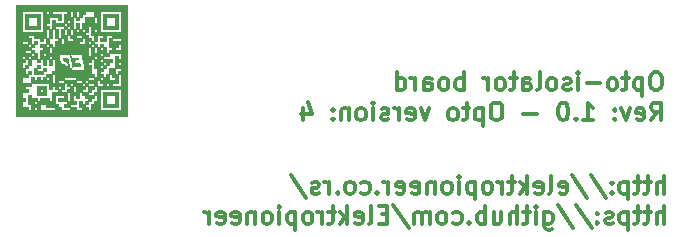
<source format=gbr>
G04 #@! TF.FileFunction,Legend,Bot*
%FSLAX46Y46*%
G04 Gerber Fmt 4.6, Leading zero omitted, Abs format (unit mm)*
G04 Created by KiCad (PCBNEW 4.0.6+dfsg1-1) date Wed Nov 29 19:27:18 2017*
%MOMM*%
%LPD*%
G01*
G04 APERTURE LIST*
%ADD10C,0.100000*%
%ADD11C,0.300000*%
%ADD12C,0.010000*%
G04 APERTURE END LIST*
D10*
D11*
X225290143Y-102551571D02*
X225004429Y-102551571D01*
X224861571Y-102623000D01*
X224718714Y-102765857D01*
X224647286Y-103051571D01*
X224647286Y-103551571D01*
X224718714Y-103837286D01*
X224861571Y-103980143D01*
X225004429Y-104051571D01*
X225290143Y-104051571D01*
X225433000Y-103980143D01*
X225575857Y-103837286D01*
X225647286Y-103551571D01*
X225647286Y-103051571D01*
X225575857Y-102765857D01*
X225433000Y-102623000D01*
X225290143Y-102551571D01*
X224004428Y-103051571D02*
X224004428Y-104551571D01*
X224004428Y-103123000D02*
X223861571Y-103051571D01*
X223575857Y-103051571D01*
X223433000Y-103123000D01*
X223361571Y-103194429D01*
X223290142Y-103337286D01*
X223290142Y-103765857D01*
X223361571Y-103908714D01*
X223433000Y-103980143D01*
X223575857Y-104051571D01*
X223861571Y-104051571D01*
X224004428Y-103980143D01*
X222861571Y-103051571D02*
X222290142Y-103051571D01*
X222647285Y-102551571D02*
X222647285Y-103837286D01*
X222575857Y-103980143D01*
X222432999Y-104051571D01*
X222290142Y-104051571D01*
X221575856Y-104051571D02*
X221718714Y-103980143D01*
X221790142Y-103908714D01*
X221861571Y-103765857D01*
X221861571Y-103337286D01*
X221790142Y-103194429D01*
X221718714Y-103123000D01*
X221575856Y-103051571D01*
X221361571Y-103051571D01*
X221218714Y-103123000D01*
X221147285Y-103194429D01*
X221075856Y-103337286D01*
X221075856Y-103765857D01*
X221147285Y-103908714D01*
X221218714Y-103980143D01*
X221361571Y-104051571D01*
X221575856Y-104051571D01*
X220432999Y-103480143D02*
X219290142Y-103480143D01*
X218575856Y-104051571D02*
X218575856Y-103051571D01*
X218575856Y-102551571D02*
X218647285Y-102623000D01*
X218575856Y-102694429D01*
X218504428Y-102623000D01*
X218575856Y-102551571D01*
X218575856Y-102694429D01*
X217932999Y-103980143D02*
X217790142Y-104051571D01*
X217504427Y-104051571D01*
X217361570Y-103980143D01*
X217290142Y-103837286D01*
X217290142Y-103765857D01*
X217361570Y-103623000D01*
X217504427Y-103551571D01*
X217718713Y-103551571D01*
X217861570Y-103480143D01*
X217932999Y-103337286D01*
X217932999Y-103265857D01*
X217861570Y-103123000D01*
X217718713Y-103051571D01*
X217504427Y-103051571D01*
X217361570Y-103123000D01*
X216432998Y-104051571D02*
X216575856Y-103980143D01*
X216647284Y-103908714D01*
X216718713Y-103765857D01*
X216718713Y-103337286D01*
X216647284Y-103194429D01*
X216575856Y-103123000D01*
X216432998Y-103051571D01*
X216218713Y-103051571D01*
X216075856Y-103123000D01*
X216004427Y-103194429D01*
X215932998Y-103337286D01*
X215932998Y-103765857D01*
X216004427Y-103908714D01*
X216075856Y-103980143D01*
X216218713Y-104051571D01*
X216432998Y-104051571D01*
X215075855Y-104051571D02*
X215218713Y-103980143D01*
X215290141Y-103837286D01*
X215290141Y-102551571D01*
X213861570Y-104051571D02*
X213861570Y-103265857D01*
X213932999Y-103123000D01*
X214075856Y-103051571D01*
X214361570Y-103051571D01*
X214504427Y-103123000D01*
X213861570Y-103980143D02*
X214004427Y-104051571D01*
X214361570Y-104051571D01*
X214504427Y-103980143D01*
X214575856Y-103837286D01*
X214575856Y-103694429D01*
X214504427Y-103551571D01*
X214361570Y-103480143D01*
X214004427Y-103480143D01*
X213861570Y-103408714D01*
X213361570Y-103051571D02*
X212790141Y-103051571D01*
X213147284Y-102551571D02*
X213147284Y-103837286D01*
X213075856Y-103980143D01*
X212932998Y-104051571D01*
X212790141Y-104051571D01*
X212075855Y-104051571D02*
X212218713Y-103980143D01*
X212290141Y-103908714D01*
X212361570Y-103765857D01*
X212361570Y-103337286D01*
X212290141Y-103194429D01*
X212218713Y-103123000D01*
X212075855Y-103051571D01*
X211861570Y-103051571D01*
X211718713Y-103123000D01*
X211647284Y-103194429D01*
X211575855Y-103337286D01*
X211575855Y-103765857D01*
X211647284Y-103908714D01*
X211718713Y-103980143D01*
X211861570Y-104051571D01*
X212075855Y-104051571D01*
X210932998Y-104051571D02*
X210932998Y-103051571D01*
X210932998Y-103337286D02*
X210861570Y-103194429D01*
X210790141Y-103123000D01*
X210647284Y-103051571D01*
X210504427Y-103051571D01*
X208861570Y-104051571D02*
X208861570Y-102551571D01*
X208861570Y-103123000D02*
X208718713Y-103051571D01*
X208432999Y-103051571D01*
X208290142Y-103123000D01*
X208218713Y-103194429D01*
X208147284Y-103337286D01*
X208147284Y-103765857D01*
X208218713Y-103908714D01*
X208290142Y-103980143D01*
X208432999Y-104051571D01*
X208718713Y-104051571D01*
X208861570Y-103980143D01*
X207290141Y-104051571D02*
X207432999Y-103980143D01*
X207504427Y-103908714D01*
X207575856Y-103765857D01*
X207575856Y-103337286D01*
X207504427Y-103194429D01*
X207432999Y-103123000D01*
X207290141Y-103051571D01*
X207075856Y-103051571D01*
X206932999Y-103123000D01*
X206861570Y-103194429D01*
X206790141Y-103337286D01*
X206790141Y-103765857D01*
X206861570Y-103908714D01*
X206932999Y-103980143D01*
X207075856Y-104051571D01*
X207290141Y-104051571D01*
X205504427Y-104051571D02*
X205504427Y-103265857D01*
X205575856Y-103123000D01*
X205718713Y-103051571D01*
X206004427Y-103051571D01*
X206147284Y-103123000D01*
X205504427Y-103980143D02*
X205647284Y-104051571D01*
X206004427Y-104051571D01*
X206147284Y-103980143D01*
X206218713Y-103837286D01*
X206218713Y-103694429D01*
X206147284Y-103551571D01*
X206004427Y-103480143D01*
X205647284Y-103480143D01*
X205504427Y-103408714D01*
X204790141Y-104051571D02*
X204790141Y-103051571D01*
X204790141Y-103337286D02*
X204718713Y-103194429D01*
X204647284Y-103123000D01*
X204504427Y-103051571D01*
X204361570Y-103051571D01*
X203218713Y-104051571D02*
X203218713Y-102551571D01*
X203218713Y-103980143D02*
X203361570Y-104051571D01*
X203647284Y-104051571D01*
X203790142Y-103980143D01*
X203861570Y-103908714D01*
X203932999Y-103765857D01*
X203932999Y-103337286D01*
X203861570Y-103194429D01*
X203790142Y-103123000D01*
X203647284Y-103051571D01*
X203361570Y-103051571D01*
X203218713Y-103123000D01*
X224718714Y-106601571D02*
X225218714Y-105887286D01*
X225575857Y-106601571D02*
X225575857Y-105101571D01*
X225004429Y-105101571D01*
X224861571Y-105173000D01*
X224790143Y-105244429D01*
X224718714Y-105387286D01*
X224718714Y-105601571D01*
X224790143Y-105744429D01*
X224861571Y-105815857D01*
X225004429Y-105887286D01*
X225575857Y-105887286D01*
X223504429Y-106530143D02*
X223647286Y-106601571D01*
X223933000Y-106601571D01*
X224075857Y-106530143D01*
X224147286Y-106387286D01*
X224147286Y-105815857D01*
X224075857Y-105673000D01*
X223933000Y-105601571D01*
X223647286Y-105601571D01*
X223504429Y-105673000D01*
X223433000Y-105815857D01*
X223433000Y-105958714D01*
X224147286Y-106101571D01*
X222933000Y-105601571D02*
X222575857Y-106601571D01*
X222218715Y-105601571D01*
X221647286Y-106458714D02*
X221575858Y-106530143D01*
X221647286Y-106601571D01*
X221718715Y-106530143D01*
X221647286Y-106458714D01*
X221647286Y-106601571D01*
X221647286Y-105673000D02*
X221575858Y-105744429D01*
X221647286Y-105815857D01*
X221718715Y-105744429D01*
X221647286Y-105673000D01*
X221647286Y-105815857D01*
X219004429Y-106601571D02*
X219861572Y-106601571D01*
X219433000Y-106601571D02*
X219433000Y-105101571D01*
X219575857Y-105315857D01*
X219718715Y-105458714D01*
X219861572Y-105530143D01*
X218361572Y-106458714D02*
X218290144Y-106530143D01*
X218361572Y-106601571D01*
X218433001Y-106530143D01*
X218361572Y-106458714D01*
X218361572Y-106601571D01*
X217361572Y-105101571D02*
X217218715Y-105101571D01*
X217075858Y-105173000D01*
X217004429Y-105244429D01*
X216933000Y-105387286D01*
X216861572Y-105673000D01*
X216861572Y-106030143D01*
X216933000Y-106315857D01*
X217004429Y-106458714D01*
X217075858Y-106530143D01*
X217218715Y-106601571D01*
X217361572Y-106601571D01*
X217504429Y-106530143D01*
X217575858Y-106458714D01*
X217647286Y-106315857D01*
X217718715Y-106030143D01*
X217718715Y-105673000D01*
X217647286Y-105387286D01*
X217575858Y-105244429D01*
X217504429Y-105173000D01*
X217361572Y-105101571D01*
X215075858Y-106030143D02*
X213933001Y-106030143D01*
X211790144Y-105101571D02*
X211504430Y-105101571D01*
X211361572Y-105173000D01*
X211218715Y-105315857D01*
X211147287Y-105601571D01*
X211147287Y-106101571D01*
X211218715Y-106387286D01*
X211361572Y-106530143D01*
X211504430Y-106601571D01*
X211790144Y-106601571D01*
X211933001Y-106530143D01*
X212075858Y-106387286D01*
X212147287Y-106101571D01*
X212147287Y-105601571D01*
X212075858Y-105315857D01*
X211933001Y-105173000D01*
X211790144Y-105101571D01*
X210504429Y-105601571D02*
X210504429Y-107101571D01*
X210504429Y-105673000D02*
X210361572Y-105601571D01*
X210075858Y-105601571D01*
X209933001Y-105673000D01*
X209861572Y-105744429D01*
X209790143Y-105887286D01*
X209790143Y-106315857D01*
X209861572Y-106458714D01*
X209933001Y-106530143D01*
X210075858Y-106601571D01*
X210361572Y-106601571D01*
X210504429Y-106530143D01*
X209361572Y-105601571D02*
X208790143Y-105601571D01*
X209147286Y-105101571D02*
X209147286Y-106387286D01*
X209075858Y-106530143D01*
X208933000Y-106601571D01*
X208790143Y-106601571D01*
X208075857Y-106601571D02*
X208218715Y-106530143D01*
X208290143Y-106458714D01*
X208361572Y-106315857D01*
X208361572Y-105887286D01*
X208290143Y-105744429D01*
X208218715Y-105673000D01*
X208075857Y-105601571D01*
X207861572Y-105601571D01*
X207718715Y-105673000D01*
X207647286Y-105744429D01*
X207575857Y-105887286D01*
X207575857Y-106315857D01*
X207647286Y-106458714D01*
X207718715Y-106530143D01*
X207861572Y-106601571D01*
X208075857Y-106601571D01*
X205933000Y-105601571D02*
X205575857Y-106601571D01*
X205218715Y-105601571D01*
X204075858Y-106530143D02*
X204218715Y-106601571D01*
X204504429Y-106601571D01*
X204647286Y-106530143D01*
X204718715Y-106387286D01*
X204718715Y-105815857D01*
X204647286Y-105673000D01*
X204504429Y-105601571D01*
X204218715Y-105601571D01*
X204075858Y-105673000D01*
X204004429Y-105815857D01*
X204004429Y-105958714D01*
X204718715Y-106101571D01*
X203361572Y-106601571D02*
X203361572Y-105601571D01*
X203361572Y-105887286D02*
X203290144Y-105744429D01*
X203218715Y-105673000D01*
X203075858Y-105601571D01*
X202933001Y-105601571D01*
X202504430Y-106530143D02*
X202361573Y-106601571D01*
X202075858Y-106601571D01*
X201933001Y-106530143D01*
X201861573Y-106387286D01*
X201861573Y-106315857D01*
X201933001Y-106173000D01*
X202075858Y-106101571D01*
X202290144Y-106101571D01*
X202433001Y-106030143D01*
X202504430Y-105887286D01*
X202504430Y-105815857D01*
X202433001Y-105673000D01*
X202290144Y-105601571D01*
X202075858Y-105601571D01*
X201933001Y-105673000D01*
X201218715Y-106601571D02*
X201218715Y-105601571D01*
X201218715Y-105101571D02*
X201290144Y-105173000D01*
X201218715Y-105244429D01*
X201147287Y-105173000D01*
X201218715Y-105101571D01*
X201218715Y-105244429D01*
X200290143Y-106601571D02*
X200433001Y-106530143D01*
X200504429Y-106458714D01*
X200575858Y-106315857D01*
X200575858Y-105887286D01*
X200504429Y-105744429D01*
X200433001Y-105673000D01*
X200290143Y-105601571D01*
X200075858Y-105601571D01*
X199933001Y-105673000D01*
X199861572Y-105744429D01*
X199790143Y-105887286D01*
X199790143Y-106315857D01*
X199861572Y-106458714D01*
X199933001Y-106530143D01*
X200075858Y-106601571D01*
X200290143Y-106601571D01*
X199147286Y-105601571D02*
X199147286Y-106601571D01*
X199147286Y-105744429D02*
X199075858Y-105673000D01*
X198933000Y-105601571D01*
X198718715Y-105601571D01*
X198575858Y-105673000D01*
X198504429Y-105815857D01*
X198504429Y-106601571D01*
X197790143Y-106458714D02*
X197718715Y-106530143D01*
X197790143Y-106601571D01*
X197861572Y-106530143D01*
X197790143Y-106458714D01*
X197790143Y-106601571D01*
X197790143Y-105673000D02*
X197718715Y-105744429D01*
X197790143Y-105815857D01*
X197861572Y-105744429D01*
X197790143Y-105673000D01*
X197790143Y-105815857D01*
X195290143Y-105601571D02*
X195290143Y-106601571D01*
X195647286Y-105030143D02*
X196004429Y-106101571D01*
X195075857Y-106101571D01*
X225842857Y-112803571D02*
X225842857Y-111303571D01*
X225200000Y-112803571D02*
X225200000Y-112017857D01*
X225271429Y-111875000D01*
X225414286Y-111803571D01*
X225628571Y-111803571D01*
X225771429Y-111875000D01*
X225842857Y-111946429D01*
X224700000Y-111803571D02*
X224128571Y-111803571D01*
X224485714Y-111303571D02*
X224485714Y-112589286D01*
X224414286Y-112732143D01*
X224271428Y-112803571D01*
X224128571Y-112803571D01*
X223842857Y-111803571D02*
X223271428Y-111803571D01*
X223628571Y-111303571D02*
X223628571Y-112589286D01*
X223557143Y-112732143D01*
X223414285Y-112803571D01*
X223271428Y-112803571D01*
X222771428Y-111803571D02*
X222771428Y-113303571D01*
X222771428Y-111875000D02*
X222628571Y-111803571D01*
X222342857Y-111803571D01*
X222200000Y-111875000D01*
X222128571Y-111946429D01*
X222057142Y-112089286D01*
X222057142Y-112517857D01*
X222128571Y-112660714D01*
X222200000Y-112732143D01*
X222342857Y-112803571D01*
X222628571Y-112803571D01*
X222771428Y-112732143D01*
X221414285Y-112660714D02*
X221342857Y-112732143D01*
X221414285Y-112803571D01*
X221485714Y-112732143D01*
X221414285Y-112660714D01*
X221414285Y-112803571D01*
X221414285Y-111875000D02*
X221342857Y-111946429D01*
X221414285Y-112017857D01*
X221485714Y-111946429D01*
X221414285Y-111875000D01*
X221414285Y-112017857D01*
X219628571Y-111232143D02*
X220914285Y-113160714D01*
X218057142Y-111232143D02*
X219342856Y-113160714D01*
X216985713Y-112732143D02*
X217128570Y-112803571D01*
X217414284Y-112803571D01*
X217557141Y-112732143D01*
X217628570Y-112589286D01*
X217628570Y-112017857D01*
X217557141Y-111875000D01*
X217414284Y-111803571D01*
X217128570Y-111803571D01*
X216985713Y-111875000D01*
X216914284Y-112017857D01*
X216914284Y-112160714D01*
X217628570Y-112303571D01*
X216057141Y-112803571D02*
X216199999Y-112732143D01*
X216271427Y-112589286D01*
X216271427Y-111303571D01*
X214914285Y-112732143D02*
X215057142Y-112803571D01*
X215342856Y-112803571D01*
X215485713Y-112732143D01*
X215557142Y-112589286D01*
X215557142Y-112017857D01*
X215485713Y-111875000D01*
X215342856Y-111803571D01*
X215057142Y-111803571D01*
X214914285Y-111875000D01*
X214842856Y-112017857D01*
X214842856Y-112160714D01*
X215557142Y-112303571D01*
X214199999Y-112803571D02*
X214199999Y-111303571D01*
X214057142Y-112232143D02*
X213628571Y-112803571D01*
X213628571Y-111803571D02*
X214199999Y-112375000D01*
X213199999Y-111803571D02*
X212628570Y-111803571D01*
X212985713Y-111303571D02*
X212985713Y-112589286D01*
X212914285Y-112732143D01*
X212771427Y-112803571D01*
X212628570Y-112803571D01*
X212128570Y-112803571D02*
X212128570Y-111803571D01*
X212128570Y-112089286D02*
X212057142Y-111946429D01*
X211985713Y-111875000D01*
X211842856Y-111803571D01*
X211699999Y-111803571D01*
X210985713Y-112803571D02*
X211128571Y-112732143D01*
X211199999Y-112660714D01*
X211271428Y-112517857D01*
X211271428Y-112089286D01*
X211199999Y-111946429D01*
X211128571Y-111875000D01*
X210985713Y-111803571D01*
X210771428Y-111803571D01*
X210628571Y-111875000D01*
X210557142Y-111946429D01*
X210485713Y-112089286D01*
X210485713Y-112517857D01*
X210557142Y-112660714D01*
X210628571Y-112732143D01*
X210771428Y-112803571D01*
X210985713Y-112803571D01*
X209842856Y-111803571D02*
X209842856Y-113303571D01*
X209842856Y-111875000D02*
X209699999Y-111803571D01*
X209414285Y-111803571D01*
X209271428Y-111875000D01*
X209199999Y-111946429D01*
X209128570Y-112089286D01*
X209128570Y-112517857D01*
X209199999Y-112660714D01*
X209271428Y-112732143D01*
X209414285Y-112803571D01*
X209699999Y-112803571D01*
X209842856Y-112732143D01*
X208485713Y-112803571D02*
X208485713Y-111803571D01*
X208485713Y-111303571D02*
X208557142Y-111375000D01*
X208485713Y-111446429D01*
X208414285Y-111375000D01*
X208485713Y-111303571D01*
X208485713Y-111446429D01*
X207557141Y-112803571D02*
X207699999Y-112732143D01*
X207771427Y-112660714D01*
X207842856Y-112517857D01*
X207842856Y-112089286D01*
X207771427Y-111946429D01*
X207699999Y-111875000D01*
X207557141Y-111803571D01*
X207342856Y-111803571D01*
X207199999Y-111875000D01*
X207128570Y-111946429D01*
X207057141Y-112089286D01*
X207057141Y-112517857D01*
X207128570Y-112660714D01*
X207199999Y-112732143D01*
X207342856Y-112803571D01*
X207557141Y-112803571D01*
X206414284Y-111803571D02*
X206414284Y-112803571D01*
X206414284Y-111946429D02*
X206342856Y-111875000D01*
X206199998Y-111803571D01*
X205985713Y-111803571D01*
X205842856Y-111875000D01*
X205771427Y-112017857D01*
X205771427Y-112803571D01*
X204485713Y-112732143D02*
X204628570Y-112803571D01*
X204914284Y-112803571D01*
X205057141Y-112732143D01*
X205128570Y-112589286D01*
X205128570Y-112017857D01*
X205057141Y-111875000D01*
X204914284Y-111803571D01*
X204628570Y-111803571D01*
X204485713Y-111875000D01*
X204414284Y-112017857D01*
X204414284Y-112160714D01*
X205128570Y-112303571D01*
X203199999Y-112732143D02*
X203342856Y-112803571D01*
X203628570Y-112803571D01*
X203771427Y-112732143D01*
X203842856Y-112589286D01*
X203842856Y-112017857D01*
X203771427Y-111875000D01*
X203628570Y-111803571D01*
X203342856Y-111803571D01*
X203199999Y-111875000D01*
X203128570Y-112017857D01*
X203128570Y-112160714D01*
X203842856Y-112303571D01*
X202485713Y-112803571D02*
X202485713Y-111803571D01*
X202485713Y-112089286D02*
X202414285Y-111946429D01*
X202342856Y-111875000D01*
X202199999Y-111803571D01*
X202057142Y-111803571D01*
X201557142Y-112660714D02*
X201485714Y-112732143D01*
X201557142Y-112803571D01*
X201628571Y-112732143D01*
X201557142Y-112660714D01*
X201557142Y-112803571D01*
X200199999Y-112732143D02*
X200342856Y-112803571D01*
X200628570Y-112803571D01*
X200771428Y-112732143D01*
X200842856Y-112660714D01*
X200914285Y-112517857D01*
X200914285Y-112089286D01*
X200842856Y-111946429D01*
X200771428Y-111875000D01*
X200628570Y-111803571D01*
X200342856Y-111803571D01*
X200199999Y-111875000D01*
X199342856Y-112803571D02*
X199485714Y-112732143D01*
X199557142Y-112660714D01*
X199628571Y-112517857D01*
X199628571Y-112089286D01*
X199557142Y-111946429D01*
X199485714Y-111875000D01*
X199342856Y-111803571D01*
X199128571Y-111803571D01*
X198985714Y-111875000D01*
X198914285Y-111946429D01*
X198842856Y-112089286D01*
X198842856Y-112517857D01*
X198914285Y-112660714D01*
X198985714Y-112732143D01*
X199128571Y-112803571D01*
X199342856Y-112803571D01*
X198199999Y-112660714D02*
X198128571Y-112732143D01*
X198199999Y-112803571D01*
X198271428Y-112732143D01*
X198199999Y-112660714D01*
X198199999Y-112803571D01*
X197485713Y-112803571D02*
X197485713Y-111803571D01*
X197485713Y-112089286D02*
X197414285Y-111946429D01*
X197342856Y-111875000D01*
X197199999Y-111803571D01*
X197057142Y-111803571D01*
X196628571Y-112732143D02*
X196485714Y-112803571D01*
X196199999Y-112803571D01*
X196057142Y-112732143D01*
X195985714Y-112589286D01*
X195985714Y-112517857D01*
X196057142Y-112375000D01*
X196199999Y-112303571D01*
X196414285Y-112303571D01*
X196557142Y-112232143D01*
X196628571Y-112089286D01*
X196628571Y-112017857D01*
X196557142Y-111875000D01*
X196414285Y-111803571D01*
X196199999Y-111803571D01*
X196057142Y-111875000D01*
X194271428Y-111232143D02*
X195557142Y-113160714D01*
X225842857Y-115353571D02*
X225842857Y-113853571D01*
X225200000Y-115353571D02*
X225200000Y-114567857D01*
X225271429Y-114425000D01*
X225414286Y-114353571D01*
X225628571Y-114353571D01*
X225771429Y-114425000D01*
X225842857Y-114496429D01*
X224700000Y-114353571D02*
X224128571Y-114353571D01*
X224485714Y-113853571D02*
X224485714Y-115139286D01*
X224414286Y-115282143D01*
X224271428Y-115353571D01*
X224128571Y-115353571D01*
X223842857Y-114353571D02*
X223271428Y-114353571D01*
X223628571Y-113853571D02*
X223628571Y-115139286D01*
X223557143Y-115282143D01*
X223414285Y-115353571D01*
X223271428Y-115353571D01*
X222771428Y-114353571D02*
X222771428Y-115853571D01*
X222771428Y-114425000D02*
X222628571Y-114353571D01*
X222342857Y-114353571D01*
X222200000Y-114425000D01*
X222128571Y-114496429D01*
X222057142Y-114639286D01*
X222057142Y-115067857D01*
X222128571Y-115210714D01*
X222200000Y-115282143D01*
X222342857Y-115353571D01*
X222628571Y-115353571D01*
X222771428Y-115282143D01*
X221485714Y-115282143D02*
X221342857Y-115353571D01*
X221057142Y-115353571D01*
X220914285Y-115282143D01*
X220842857Y-115139286D01*
X220842857Y-115067857D01*
X220914285Y-114925000D01*
X221057142Y-114853571D01*
X221271428Y-114853571D01*
X221414285Y-114782143D01*
X221485714Y-114639286D01*
X221485714Y-114567857D01*
X221414285Y-114425000D01*
X221271428Y-114353571D01*
X221057142Y-114353571D01*
X220914285Y-114425000D01*
X220199999Y-115210714D02*
X220128571Y-115282143D01*
X220199999Y-115353571D01*
X220271428Y-115282143D01*
X220199999Y-115210714D01*
X220199999Y-115353571D01*
X220199999Y-114425000D02*
X220128571Y-114496429D01*
X220199999Y-114567857D01*
X220271428Y-114496429D01*
X220199999Y-114425000D01*
X220199999Y-114567857D01*
X218414285Y-113782143D02*
X219699999Y-115710714D01*
X216842856Y-113782143D02*
X218128570Y-115710714D01*
X215699998Y-114353571D02*
X215699998Y-115567857D01*
X215771427Y-115710714D01*
X215842855Y-115782143D01*
X215985712Y-115853571D01*
X216199998Y-115853571D01*
X216342855Y-115782143D01*
X215699998Y-115282143D02*
X215842855Y-115353571D01*
X216128569Y-115353571D01*
X216271427Y-115282143D01*
X216342855Y-115210714D01*
X216414284Y-115067857D01*
X216414284Y-114639286D01*
X216342855Y-114496429D01*
X216271427Y-114425000D01*
X216128569Y-114353571D01*
X215842855Y-114353571D01*
X215699998Y-114425000D01*
X214985712Y-115353571D02*
X214985712Y-114353571D01*
X214985712Y-113853571D02*
X215057141Y-113925000D01*
X214985712Y-113996429D01*
X214914284Y-113925000D01*
X214985712Y-113853571D01*
X214985712Y-113996429D01*
X214485712Y-114353571D02*
X213914283Y-114353571D01*
X214271426Y-113853571D02*
X214271426Y-115139286D01*
X214199998Y-115282143D01*
X214057140Y-115353571D01*
X213914283Y-115353571D01*
X213414283Y-115353571D02*
X213414283Y-113853571D01*
X212771426Y-115353571D02*
X212771426Y-114567857D01*
X212842855Y-114425000D01*
X212985712Y-114353571D01*
X213199997Y-114353571D01*
X213342855Y-114425000D01*
X213414283Y-114496429D01*
X211414283Y-114353571D02*
X211414283Y-115353571D01*
X212057140Y-114353571D02*
X212057140Y-115139286D01*
X211985712Y-115282143D01*
X211842854Y-115353571D01*
X211628569Y-115353571D01*
X211485712Y-115282143D01*
X211414283Y-115210714D01*
X210699997Y-115353571D02*
X210699997Y-113853571D01*
X210699997Y-114425000D02*
X210557140Y-114353571D01*
X210271426Y-114353571D01*
X210128569Y-114425000D01*
X210057140Y-114496429D01*
X209985711Y-114639286D01*
X209985711Y-115067857D01*
X210057140Y-115210714D01*
X210128569Y-115282143D01*
X210271426Y-115353571D01*
X210557140Y-115353571D01*
X210699997Y-115282143D01*
X209342854Y-115210714D02*
X209271426Y-115282143D01*
X209342854Y-115353571D01*
X209414283Y-115282143D01*
X209342854Y-115210714D01*
X209342854Y-115353571D01*
X207985711Y-115282143D02*
X208128568Y-115353571D01*
X208414282Y-115353571D01*
X208557140Y-115282143D01*
X208628568Y-115210714D01*
X208699997Y-115067857D01*
X208699997Y-114639286D01*
X208628568Y-114496429D01*
X208557140Y-114425000D01*
X208414282Y-114353571D01*
X208128568Y-114353571D01*
X207985711Y-114425000D01*
X207128568Y-115353571D02*
X207271426Y-115282143D01*
X207342854Y-115210714D01*
X207414283Y-115067857D01*
X207414283Y-114639286D01*
X207342854Y-114496429D01*
X207271426Y-114425000D01*
X207128568Y-114353571D01*
X206914283Y-114353571D01*
X206771426Y-114425000D01*
X206699997Y-114496429D01*
X206628568Y-114639286D01*
X206628568Y-115067857D01*
X206699997Y-115210714D01*
X206771426Y-115282143D01*
X206914283Y-115353571D01*
X207128568Y-115353571D01*
X205985711Y-115353571D02*
X205985711Y-114353571D01*
X205985711Y-114496429D02*
X205914283Y-114425000D01*
X205771425Y-114353571D01*
X205557140Y-114353571D01*
X205414283Y-114425000D01*
X205342854Y-114567857D01*
X205342854Y-115353571D01*
X205342854Y-114567857D02*
X205271425Y-114425000D01*
X205128568Y-114353571D01*
X204914283Y-114353571D01*
X204771425Y-114425000D01*
X204699997Y-114567857D01*
X204699997Y-115353571D01*
X202914283Y-113782143D02*
X204199997Y-115710714D01*
X202414282Y-114567857D02*
X201914282Y-114567857D01*
X201699996Y-115353571D02*
X202414282Y-115353571D01*
X202414282Y-113853571D01*
X201699996Y-113853571D01*
X200842853Y-115353571D02*
X200985711Y-115282143D01*
X201057139Y-115139286D01*
X201057139Y-113853571D01*
X199699997Y-115282143D02*
X199842854Y-115353571D01*
X200128568Y-115353571D01*
X200271425Y-115282143D01*
X200342854Y-115139286D01*
X200342854Y-114567857D01*
X200271425Y-114425000D01*
X200128568Y-114353571D01*
X199842854Y-114353571D01*
X199699997Y-114425000D01*
X199628568Y-114567857D01*
X199628568Y-114710714D01*
X200342854Y-114853571D01*
X198985711Y-115353571D02*
X198985711Y-113853571D01*
X198842854Y-114782143D02*
X198414283Y-115353571D01*
X198414283Y-114353571D02*
X198985711Y-114925000D01*
X197985711Y-114353571D02*
X197414282Y-114353571D01*
X197771425Y-113853571D02*
X197771425Y-115139286D01*
X197699997Y-115282143D01*
X197557139Y-115353571D01*
X197414282Y-115353571D01*
X196914282Y-115353571D02*
X196914282Y-114353571D01*
X196914282Y-114639286D02*
X196842854Y-114496429D01*
X196771425Y-114425000D01*
X196628568Y-114353571D01*
X196485711Y-114353571D01*
X195771425Y-115353571D02*
X195914283Y-115282143D01*
X195985711Y-115210714D01*
X196057140Y-115067857D01*
X196057140Y-114639286D01*
X195985711Y-114496429D01*
X195914283Y-114425000D01*
X195771425Y-114353571D01*
X195557140Y-114353571D01*
X195414283Y-114425000D01*
X195342854Y-114496429D01*
X195271425Y-114639286D01*
X195271425Y-115067857D01*
X195342854Y-115210714D01*
X195414283Y-115282143D01*
X195557140Y-115353571D01*
X195771425Y-115353571D01*
X194628568Y-114353571D02*
X194628568Y-115853571D01*
X194628568Y-114425000D02*
X194485711Y-114353571D01*
X194199997Y-114353571D01*
X194057140Y-114425000D01*
X193985711Y-114496429D01*
X193914282Y-114639286D01*
X193914282Y-115067857D01*
X193985711Y-115210714D01*
X194057140Y-115282143D01*
X194199997Y-115353571D01*
X194485711Y-115353571D01*
X194628568Y-115282143D01*
X193271425Y-115353571D02*
X193271425Y-114353571D01*
X193271425Y-113853571D02*
X193342854Y-113925000D01*
X193271425Y-113996429D01*
X193199997Y-113925000D01*
X193271425Y-113853571D01*
X193271425Y-113996429D01*
X192342853Y-115353571D02*
X192485711Y-115282143D01*
X192557139Y-115210714D01*
X192628568Y-115067857D01*
X192628568Y-114639286D01*
X192557139Y-114496429D01*
X192485711Y-114425000D01*
X192342853Y-114353571D01*
X192128568Y-114353571D01*
X191985711Y-114425000D01*
X191914282Y-114496429D01*
X191842853Y-114639286D01*
X191842853Y-115067857D01*
X191914282Y-115210714D01*
X191985711Y-115282143D01*
X192128568Y-115353571D01*
X192342853Y-115353571D01*
X191199996Y-114353571D02*
X191199996Y-115353571D01*
X191199996Y-114496429D02*
X191128568Y-114425000D01*
X190985710Y-114353571D01*
X190771425Y-114353571D01*
X190628568Y-114425000D01*
X190557139Y-114567857D01*
X190557139Y-115353571D01*
X189271425Y-115282143D02*
X189414282Y-115353571D01*
X189699996Y-115353571D01*
X189842853Y-115282143D01*
X189914282Y-115139286D01*
X189914282Y-114567857D01*
X189842853Y-114425000D01*
X189699996Y-114353571D01*
X189414282Y-114353571D01*
X189271425Y-114425000D01*
X189199996Y-114567857D01*
X189199996Y-114710714D01*
X189914282Y-114853571D01*
X187985711Y-115282143D02*
X188128568Y-115353571D01*
X188414282Y-115353571D01*
X188557139Y-115282143D01*
X188628568Y-115139286D01*
X188628568Y-114567857D01*
X188557139Y-114425000D01*
X188414282Y-114353571D01*
X188128568Y-114353571D01*
X187985711Y-114425000D01*
X187914282Y-114567857D01*
X187914282Y-114710714D01*
X188628568Y-114853571D01*
X187271425Y-115353571D02*
X187271425Y-114353571D01*
X187271425Y-114639286D02*
X187199997Y-114496429D01*
X187128568Y-114425000D01*
X186985711Y-114353571D01*
X186842854Y-114353571D01*
D12*
G36*
X170992800Y-106273600D02*
X180390800Y-106273600D01*
X180390800Y-103987600D01*
X179882800Y-103987600D01*
X179882800Y-105765600D01*
X178104800Y-105765600D01*
X178104800Y-103987600D01*
X179882800Y-103987600D01*
X180390800Y-103987600D01*
X180390800Y-102717600D01*
X179882800Y-102717600D01*
X179882800Y-103733600D01*
X179120800Y-103733600D01*
X179120800Y-103479600D01*
X178866800Y-103479600D01*
X178866800Y-103733600D01*
X178612800Y-103733600D01*
X178612800Y-103479600D01*
X178866800Y-103479600D01*
X179120800Y-103479600D01*
X179628800Y-103479600D01*
X179628800Y-102971600D01*
X179374800Y-102971600D01*
X179374800Y-103225600D01*
X178866800Y-103225600D01*
X178866800Y-102717600D01*
X179120800Y-102717600D01*
X179120800Y-102971600D01*
X179374800Y-102971600D01*
X179628800Y-102971600D01*
X179628800Y-102717600D01*
X179882800Y-102717600D01*
X180390800Y-102717600D01*
X180390800Y-102209600D01*
X179882800Y-102209600D01*
X179882800Y-102463600D01*
X179628800Y-102463600D01*
X179628800Y-102717600D01*
X179374800Y-102717600D01*
X179374800Y-102209600D01*
X179882800Y-102209600D01*
X180390800Y-102209600D01*
X180390800Y-101701600D01*
X179882800Y-101701600D01*
X179882800Y-101955600D01*
X179628800Y-101955600D01*
X179628800Y-101701600D01*
X179882800Y-101701600D01*
X180390800Y-101701600D01*
X180390800Y-100939600D01*
X179882800Y-100939600D01*
X179882800Y-101447600D01*
X179628800Y-101447600D01*
X179628800Y-101193600D01*
X179374800Y-101193600D01*
X179374800Y-102209600D01*
X178866800Y-102209600D01*
X178866800Y-102717600D01*
X178612800Y-102717600D01*
X178612800Y-102971600D01*
X178358800Y-102971600D01*
X178358800Y-103225600D01*
X178104800Y-103225600D01*
X178104800Y-103479600D01*
X178358800Y-103479600D01*
X178358800Y-103733600D01*
X177850800Y-103733600D01*
X177850800Y-104241600D01*
X177596800Y-104241600D01*
X177596800Y-104495600D01*
X177850800Y-104495600D01*
X177850800Y-105003600D01*
X177596800Y-105003600D01*
X177596800Y-105257600D01*
X177342800Y-105257600D01*
X177342800Y-105765600D01*
X177088800Y-105765600D01*
X177088800Y-105511600D01*
X176834800Y-105511600D01*
X176834800Y-105257600D01*
X176580800Y-105257600D01*
X176580800Y-105003600D01*
X176326800Y-105003600D01*
X176326800Y-105511600D01*
X176580800Y-105511600D01*
X176580800Y-105765600D01*
X176072800Y-105765600D01*
X176072800Y-105511600D01*
X175564800Y-105511600D01*
X175564800Y-105765600D01*
X174802800Y-105765600D01*
X174802800Y-105511600D01*
X174548800Y-105511600D01*
X174294800Y-105511600D01*
X174294800Y-105765600D01*
X173024800Y-105765600D01*
X173024800Y-105511600D01*
X172770800Y-105511600D01*
X172770800Y-105765600D01*
X172516800Y-105765600D01*
X172516800Y-105511600D01*
X172770800Y-105511600D01*
X173024800Y-105511600D01*
X173024800Y-105257600D01*
X173532800Y-105257600D01*
X173532800Y-105511600D01*
X174294800Y-105511600D01*
X174548800Y-105511600D01*
X174548800Y-105257600D01*
X174294800Y-105257600D01*
X174294800Y-104495600D01*
X175056800Y-104495600D01*
X175056800Y-104749600D01*
X174548800Y-104749600D01*
X174548800Y-105003600D01*
X175310800Y-105003600D01*
X175310800Y-104241600D01*
X174802800Y-104241600D01*
X174802800Y-103987600D01*
X174548800Y-103987600D01*
X174548800Y-104241600D01*
X174040800Y-104241600D01*
X174040800Y-105003600D01*
X173786800Y-105003600D01*
X173786800Y-104749600D01*
X173024800Y-104749600D01*
X173024800Y-105003600D01*
X172770800Y-105003600D01*
X172770800Y-105257600D01*
X172516800Y-105257600D01*
X172516800Y-105003600D01*
X172770800Y-105003600D01*
X172770800Y-104749600D01*
X172262800Y-104749600D01*
X172262800Y-104495600D01*
X172008800Y-104495600D01*
X172008800Y-105257600D01*
X172262800Y-105257600D01*
X172262800Y-105765600D01*
X172008800Y-105765600D01*
X172008800Y-105511600D01*
X171500800Y-105511600D01*
X171500800Y-105003600D01*
X171754800Y-105003600D01*
X171754800Y-104749600D01*
X171500800Y-104749600D01*
X171500800Y-104241600D01*
X172008800Y-104241600D01*
X172008800Y-103987600D01*
X171754800Y-103987600D01*
X171754800Y-103733600D01*
X172262800Y-103733600D01*
X172262800Y-103479600D01*
X171500800Y-103479600D01*
X171500800Y-102971600D01*
X172008800Y-102971600D01*
X172008800Y-102717600D01*
X171754800Y-102717600D01*
X171754800Y-102209600D01*
X171500800Y-102209600D01*
X171500800Y-101701600D01*
X171754800Y-101701600D01*
X171754800Y-101447600D01*
X172008800Y-101447600D01*
X172008800Y-101193600D01*
X171754800Y-101193600D01*
X171754800Y-101447600D01*
X171500800Y-101447600D01*
X171500800Y-101193600D01*
X171754800Y-101193600D01*
X172008800Y-101193600D01*
X172262800Y-101193600D01*
X172262800Y-100939600D01*
X171754800Y-100939600D01*
X171754800Y-100685600D01*
X172262800Y-100685600D01*
X172262800Y-100431600D01*
X172008800Y-100431600D01*
X172008800Y-100177600D01*
X172262800Y-100177600D01*
X172262800Y-99923600D01*
X172008800Y-99923600D01*
X172008800Y-100177600D01*
X171500800Y-100177600D01*
X171500800Y-99923600D01*
X172008800Y-99923600D01*
X172262800Y-99923600D01*
X172262800Y-99669600D01*
X172008800Y-99669600D01*
X172008800Y-99415600D01*
X172516800Y-99415600D01*
X172516800Y-99669600D01*
X173024800Y-99669600D01*
X173024800Y-99923600D01*
X173278800Y-99923600D01*
X173278800Y-99669600D01*
X173532800Y-99669600D01*
X173532800Y-98907600D01*
X173786800Y-98907600D01*
X173786800Y-98653600D01*
X173532800Y-98653600D01*
X173532800Y-98399600D01*
X173786800Y-98399600D01*
X173786800Y-97891600D01*
X174548800Y-97891600D01*
X174548800Y-98145600D01*
X174802800Y-98145600D01*
X174802800Y-97637600D01*
X174040800Y-97637600D01*
X174040800Y-97383600D01*
X173786800Y-97383600D01*
X173786800Y-97637600D01*
X173532800Y-97637600D01*
X173532800Y-97383600D01*
X173278800Y-97383600D01*
X173278800Y-99161600D01*
X171500800Y-99161600D01*
X171500800Y-97383600D01*
X173278800Y-97383600D01*
X173532800Y-97383600D01*
X173786800Y-97383600D01*
X174040800Y-97383600D01*
X175310800Y-97383600D01*
X175310800Y-97637600D01*
X175056800Y-97637600D01*
X175056800Y-98399600D01*
X175310800Y-98399600D01*
X175310800Y-98653600D01*
X175564800Y-98653600D01*
X175564800Y-98907600D01*
X175818800Y-98907600D01*
X175818800Y-98145600D01*
X175564800Y-98145600D01*
X175564800Y-98399600D01*
X175310800Y-98399600D01*
X175310800Y-98145600D01*
X175564800Y-98145600D01*
X175818800Y-98145600D01*
X175818800Y-97891600D01*
X176072800Y-97891600D01*
X176072800Y-97383600D01*
X175818800Y-97383600D01*
X175818800Y-97891600D01*
X175564800Y-97891600D01*
X175564800Y-97383600D01*
X175818800Y-97383600D01*
X176072800Y-97383600D01*
X176326800Y-97383600D01*
X176326800Y-97891600D01*
X176580800Y-97891600D01*
X176580800Y-97637600D01*
X176834800Y-97637600D01*
X176834800Y-97383600D01*
X177596800Y-97383600D01*
X177596800Y-97891600D01*
X176834800Y-97891600D01*
X176834800Y-98399600D01*
X176580800Y-98399600D01*
X176580800Y-98907600D01*
X176834800Y-98907600D01*
X176834800Y-99161600D01*
X177088800Y-99161600D01*
X177088800Y-98653600D01*
X177342800Y-98653600D01*
X177342800Y-99415600D01*
X177596800Y-99415600D01*
X177596800Y-99923600D01*
X177850800Y-99923600D01*
X177850800Y-99415600D01*
X178358800Y-99415600D01*
X178358800Y-99669600D01*
X178104800Y-99669600D01*
X178104800Y-99923600D01*
X178612800Y-99923600D01*
X178612800Y-99415600D01*
X179120800Y-99415600D01*
X179120800Y-99669600D01*
X178866800Y-99669600D01*
X178866800Y-100431600D01*
X179120800Y-100431600D01*
X179120800Y-100685600D01*
X178866800Y-100685600D01*
X178866800Y-100939600D01*
X179882800Y-100939600D01*
X180390800Y-100939600D01*
X180390800Y-100177600D01*
X179882800Y-100177600D01*
X179882800Y-100685600D01*
X179374800Y-100685600D01*
X179374800Y-100431600D01*
X179628800Y-100431600D01*
X179628800Y-100177600D01*
X179882800Y-100177600D01*
X180390800Y-100177600D01*
X180390800Y-99669600D01*
X179882800Y-99669600D01*
X179882800Y-99923600D01*
X179120800Y-99923600D01*
X179120800Y-99669600D01*
X179882800Y-99669600D01*
X180390800Y-99669600D01*
X180390800Y-97383600D01*
X179882800Y-97383600D01*
X179882800Y-99161600D01*
X178104800Y-99161600D01*
X178104800Y-98907600D01*
X177850800Y-98907600D01*
X177850800Y-99161600D01*
X177596800Y-99161600D01*
X177596800Y-98907600D01*
X177850800Y-98907600D01*
X178104800Y-98907600D01*
X178104800Y-97891600D01*
X177850800Y-97891600D01*
X177850800Y-98399600D01*
X177596800Y-98399600D01*
X177596800Y-97891600D01*
X177850800Y-97891600D01*
X178104800Y-97891600D01*
X178104800Y-97383600D01*
X179882800Y-97383600D01*
X180390800Y-97383600D01*
X180390800Y-96875600D01*
X170992800Y-96875600D01*
X170992800Y-106273600D01*
X170992800Y-106273600D01*
G37*
X170992800Y-106273600D02*
X180390800Y-106273600D01*
X180390800Y-103987600D01*
X179882800Y-103987600D01*
X179882800Y-105765600D01*
X178104800Y-105765600D01*
X178104800Y-103987600D01*
X179882800Y-103987600D01*
X180390800Y-103987600D01*
X180390800Y-102717600D01*
X179882800Y-102717600D01*
X179882800Y-103733600D01*
X179120800Y-103733600D01*
X179120800Y-103479600D01*
X178866800Y-103479600D01*
X178866800Y-103733600D01*
X178612800Y-103733600D01*
X178612800Y-103479600D01*
X178866800Y-103479600D01*
X179120800Y-103479600D01*
X179628800Y-103479600D01*
X179628800Y-102971600D01*
X179374800Y-102971600D01*
X179374800Y-103225600D01*
X178866800Y-103225600D01*
X178866800Y-102717600D01*
X179120800Y-102717600D01*
X179120800Y-102971600D01*
X179374800Y-102971600D01*
X179628800Y-102971600D01*
X179628800Y-102717600D01*
X179882800Y-102717600D01*
X180390800Y-102717600D01*
X180390800Y-102209600D01*
X179882800Y-102209600D01*
X179882800Y-102463600D01*
X179628800Y-102463600D01*
X179628800Y-102717600D01*
X179374800Y-102717600D01*
X179374800Y-102209600D01*
X179882800Y-102209600D01*
X180390800Y-102209600D01*
X180390800Y-101701600D01*
X179882800Y-101701600D01*
X179882800Y-101955600D01*
X179628800Y-101955600D01*
X179628800Y-101701600D01*
X179882800Y-101701600D01*
X180390800Y-101701600D01*
X180390800Y-100939600D01*
X179882800Y-100939600D01*
X179882800Y-101447600D01*
X179628800Y-101447600D01*
X179628800Y-101193600D01*
X179374800Y-101193600D01*
X179374800Y-102209600D01*
X178866800Y-102209600D01*
X178866800Y-102717600D01*
X178612800Y-102717600D01*
X178612800Y-102971600D01*
X178358800Y-102971600D01*
X178358800Y-103225600D01*
X178104800Y-103225600D01*
X178104800Y-103479600D01*
X178358800Y-103479600D01*
X178358800Y-103733600D01*
X177850800Y-103733600D01*
X177850800Y-104241600D01*
X177596800Y-104241600D01*
X177596800Y-104495600D01*
X177850800Y-104495600D01*
X177850800Y-105003600D01*
X177596800Y-105003600D01*
X177596800Y-105257600D01*
X177342800Y-105257600D01*
X177342800Y-105765600D01*
X177088800Y-105765600D01*
X177088800Y-105511600D01*
X176834800Y-105511600D01*
X176834800Y-105257600D01*
X176580800Y-105257600D01*
X176580800Y-105003600D01*
X176326800Y-105003600D01*
X176326800Y-105511600D01*
X176580800Y-105511600D01*
X176580800Y-105765600D01*
X176072800Y-105765600D01*
X176072800Y-105511600D01*
X175564800Y-105511600D01*
X175564800Y-105765600D01*
X174802800Y-105765600D01*
X174802800Y-105511600D01*
X174548800Y-105511600D01*
X174294800Y-105511600D01*
X174294800Y-105765600D01*
X173024800Y-105765600D01*
X173024800Y-105511600D01*
X172770800Y-105511600D01*
X172770800Y-105765600D01*
X172516800Y-105765600D01*
X172516800Y-105511600D01*
X172770800Y-105511600D01*
X173024800Y-105511600D01*
X173024800Y-105257600D01*
X173532800Y-105257600D01*
X173532800Y-105511600D01*
X174294800Y-105511600D01*
X174548800Y-105511600D01*
X174548800Y-105257600D01*
X174294800Y-105257600D01*
X174294800Y-104495600D01*
X175056800Y-104495600D01*
X175056800Y-104749600D01*
X174548800Y-104749600D01*
X174548800Y-105003600D01*
X175310800Y-105003600D01*
X175310800Y-104241600D01*
X174802800Y-104241600D01*
X174802800Y-103987600D01*
X174548800Y-103987600D01*
X174548800Y-104241600D01*
X174040800Y-104241600D01*
X174040800Y-105003600D01*
X173786800Y-105003600D01*
X173786800Y-104749600D01*
X173024800Y-104749600D01*
X173024800Y-105003600D01*
X172770800Y-105003600D01*
X172770800Y-105257600D01*
X172516800Y-105257600D01*
X172516800Y-105003600D01*
X172770800Y-105003600D01*
X172770800Y-104749600D01*
X172262800Y-104749600D01*
X172262800Y-104495600D01*
X172008800Y-104495600D01*
X172008800Y-105257600D01*
X172262800Y-105257600D01*
X172262800Y-105765600D01*
X172008800Y-105765600D01*
X172008800Y-105511600D01*
X171500800Y-105511600D01*
X171500800Y-105003600D01*
X171754800Y-105003600D01*
X171754800Y-104749600D01*
X171500800Y-104749600D01*
X171500800Y-104241600D01*
X172008800Y-104241600D01*
X172008800Y-103987600D01*
X171754800Y-103987600D01*
X171754800Y-103733600D01*
X172262800Y-103733600D01*
X172262800Y-103479600D01*
X171500800Y-103479600D01*
X171500800Y-102971600D01*
X172008800Y-102971600D01*
X172008800Y-102717600D01*
X171754800Y-102717600D01*
X171754800Y-102209600D01*
X171500800Y-102209600D01*
X171500800Y-101701600D01*
X171754800Y-101701600D01*
X171754800Y-101447600D01*
X172008800Y-101447600D01*
X172008800Y-101193600D01*
X171754800Y-101193600D01*
X171754800Y-101447600D01*
X171500800Y-101447600D01*
X171500800Y-101193600D01*
X171754800Y-101193600D01*
X172008800Y-101193600D01*
X172262800Y-101193600D01*
X172262800Y-100939600D01*
X171754800Y-100939600D01*
X171754800Y-100685600D01*
X172262800Y-100685600D01*
X172262800Y-100431600D01*
X172008800Y-100431600D01*
X172008800Y-100177600D01*
X172262800Y-100177600D01*
X172262800Y-99923600D01*
X172008800Y-99923600D01*
X172008800Y-100177600D01*
X171500800Y-100177600D01*
X171500800Y-99923600D01*
X172008800Y-99923600D01*
X172262800Y-99923600D01*
X172262800Y-99669600D01*
X172008800Y-99669600D01*
X172008800Y-99415600D01*
X172516800Y-99415600D01*
X172516800Y-99669600D01*
X173024800Y-99669600D01*
X173024800Y-99923600D01*
X173278800Y-99923600D01*
X173278800Y-99669600D01*
X173532800Y-99669600D01*
X173532800Y-98907600D01*
X173786800Y-98907600D01*
X173786800Y-98653600D01*
X173532800Y-98653600D01*
X173532800Y-98399600D01*
X173786800Y-98399600D01*
X173786800Y-97891600D01*
X174548800Y-97891600D01*
X174548800Y-98145600D01*
X174802800Y-98145600D01*
X174802800Y-97637600D01*
X174040800Y-97637600D01*
X174040800Y-97383600D01*
X173786800Y-97383600D01*
X173786800Y-97637600D01*
X173532800Y-97637600D01*
X173532800Y-97383600D01*
X173278800Y-97383600D01*
X173278800Y-99161600D01*
X171500800Y-99161600D01*
X171500800Y-97383600D01*
X173278800Y-97383600D01*
X173532800Y-97383600D01*
X173786800Y-97383600D01*
X174040800Y-97383600D01*
X175310800Y-97383600D01*
X175310800Y-97637600D01*
X175056800Y-97637600D01*
X175056800Y-98399600D01*
X175310800Y-98399600D01*
X175310800Y-98653600D01*
X175564800Y-98653600D01*
X175564800Y-98907600D01*
X175818800Y-98907600D01*
X175818800Y-98145600D01*
X175564800Y-98145600D01*
X175564800Y-98399600D01*
X175310800Y-98399600D01*
X175310800Y-98145600D01*
X175564800Y-98145600D01*
X175818800Y-98145600D01*
X175818800Y-97891600D01*
X176072800Y-97891600D01*
X176072800Y-97383600D01*
X175818800Y-97383600D01*
X175818800Y-97891600D01*
X175564800Y-97891600D01*
X175564800Y-97383600D01*
X175818800Y-97383600D01*
X176072800Y-97383600D01*
X176326800Y-97383600D01*
X176326800Y-97891600D01*
X176580800Y-97891600D01*
X176580800Y-97637600D01*
X176834800Y-97637600D01*
X176834800Y-97383600D01*
X177596800Y-97383600D01*
X177596800Y-97891600D01*
X176834800Y-97891600D01*
X176834800Y-98399600D01*
X176580800Y-98399600D01*
X176580800Y-98907600D01*
X176834800Y-98907600D01*
X176834800Y-99161600D01*
X177088800Y-99161600D01*
X177088800Y-98653600D01*
X177342800Y-98653600D01*
X177342800Y-99415600D01*
X177596800Y-99415600D01*
X177596800Y-99923600D01*
X177850800Y-99923600D01*
X177850800Y-99415600D01*
X178358800Y-99415600D01*
X178358800Y-99669600D01*
X178104800Y-99669600D01*
X178104800Y-99923600D01*
X178612800Y-99923600D01*
X178612800Y-99415600D01*
X179120800Y-99415600D01*
X179120800Y-99669600D01*
X178866800Y-99669600D01*
X178866800Y-100431600D01*
X179120800Y-100431600D01*
X179120800Y-100685600D01*
X178866800Y-100685600D01*
X178866800Y-100939600D01*
X179882800Y-100939600D01*
X180390800Y-100939600D01*
X180390800Y-100177600D01*
X179882800Y-100177600D01*
X179882800Y-100685600D01*
X179374800Y-100685600D01*
X179374800Y-100431600D01*
X179628800Y-100431600D01*
X179628800Y-100177600D01*
X179882800Y-100177600D01*
X180390800Y-100177600D01*
X180390800Y-99669600D01*
X179882800Y-99669600D01*
X179882800Y-99923600D01*
X179120800Y-99923600D01*
X179120800Y-99669600D01*
X179882800Y-99669600D01*
X180390800Y-99669600D01*
X180390800Y-97383600D01*
X179882800Y-97383600D01*
X179882800Y-99161600D01*
X178104800Y-99161600D01*
X178104800Y-98907600D01*
X177850800Y-98907600D01*
X177850800Y-99161600D01*
X177596800Y-99161600D01*
X177596800Y-98907600D01*
X177850800Y-98907600D01*
X178104800Y-98907600D01*
X178104800Y-97891600D01*
X177850800Y-97891600D01*
X177850800Y-98399600D01*
X177596800Y-98399600D01*
X177596800Y-97891600D01*
X177850800Y-97891600D01*
X178104800Y-97891600D01*
X178104800Y-97383600D01*
X179882800Y-97383600D01*
X180390800Y-97383600D01*
X180390800Y-96875600D01*
X170992800Y-96875600D01*
X170992800Y-106273600D01*
G36*
X178358800Y-105511600D02*
X179628800Y-105511600D01*
X179628800Y-104495600D01*
X179374800Y-104495600D01*
X179374800Y-105257600D01*
X178612800Y-105257600D01*
X178612800Y-104495600D01*
X179374800Y-104495600D01*
X179628800Y-104495600D01*
X179628800Y-104241600D01*
X178358800Y-104241600D01*
X178358800Y-105511600D01*
X178358800Y-105511600D01*
G37*
X178358800Y-105511600D02*
X179628800Y-105511600D01*
X179628800Y-104495600D01*
X179374800Y-104495600D01*
X179374800Y-105257600D01*
X178612800Y-105257600D01*
X178612800Y-104495600D01*
X179374800Y-104495600D01*
X179628800Y-104495600D01*
X179628800Y-104241600D01*
X178358800Y-104241600D01*
X178358800Y-105511600D01*
G36*
X176834800Y-105257600D02*
X177088800Y-105257600D01*
X177088800Y-105003600D01*
X176834800Y-105003600D01*
X176834800Y-105257600D01*
X176834800Y-105257600D01*
G37*
X176834800Y-105257600D02*
X177088800Y-105257600D01*
X177088800Y-105003600D01*
X176834800Y-105003600D01*
X176834800Y-105257600D01*
G36*
X171754800Y-102209600D02*
X172008800Y-102209600D01*
X172008800Y-101955600D01*
X171754800Y-101955600D01*
X171754800Y-102209600D01*
X171754800Y-102209600D01*
G37*
X171754800Y-102209600D02*
X172008800Y-102209600D01*
X172008800Y-101955600D01*
X171754800Y-101955600D01*
X171754800Y-102209600D01*
G36*
X172008800Y-101955600D02*
X172262800Y-101955600D01*
X172262800Y-101447600D01*
X172008800Y-101447600D01*
X172008800Y-101955600D01*
X172008800Y-101955600D01*
G37*
X172008800Y-101955600D02*
X172262800Y-101955600D01*
X172262800Y-101447600D01*
X172008800Y-101447600D01*
X172008800Y-101955600D01*
G36*
X172770800Y-101701600D02*
X173024800Y-101701600D01*
X173024800Y-101447600D01*
X172770800Y-101447600D01*
X172770800Y-101701600D01*
X172770800Y-101701600D01*
G37*
X172770800Y-101701600D02*
X173024800Y-101701600D01*
X173024800Y-101447600D01*
X172770800Y-101447600D01*
X172770800Y-101701600D01*
G36*
X172516800Y-101193600D02*
X172262800Y-101193600D01*
X172262800Y-101447600D01*
X172770800Y-101447600D01*
X172770800Y-100939600D01*
X172516800Y-100939600D01*
X172516800Y-101193600D01*
X172516800Y-101193600D01*
G37*
X172516800Y-101193600D02*
X172262800Y-101193600D01*
X172262800Y-101447600D01*
X172770800Y-101447600D01*
X172770800Y-100939600D01*
X172516800Y-100939600D01*
X172516800Y-101193600D01*
G36*
X172262800Y-100939600D02*
X172516800Y-100939600D01*
X172516800Y-100685600D01*
X172262800Y-100685600D01*
X172262800Y-100939600D01*
X172262800Y-100939600D01*
G37*
X172262800Y-100939600D02*
X172516800Y-100939600D01*
X172516800Y-100685600D01*
X172262800Y-100685600D01*
X172262800Y-100939600D01*
G36*
X173278800Y-102971600D02*
X173278800Y-103225600D01*
X173024800Y-103225600D01*
X173024800Y-102971600D01*
X172770800Y-102971600D01*
X172770800Y-103225600D01*
X172516800Y-103225600D01*
X172516800Y-102971600D01*
X172262800Y-102971600D01*
X172262800Y-103479600D01*
X173786800Y-103479600D01*
X173786800Y-103987600D01*
X174040800Y-103987600D01*
X174040800Y-103733600D01*
X174294800Y-103733600D01*
X174294800Y-103987600D01*
X174548800Y-103987600D01*
X174548800Y-103733600D01*
X174802800Y-103733600D01*
X174802800Y-103987600D01*
X175056800Y-103987600D01*
X175056800Y-103479600D01*
X175310800Y-103479600D01*
X175310800Y-103733600D01*
X175564800Y-103733600D01*
X175564800Y-103987600D01*
X175310800Y-103987600D01*
X175310800Y-104241600D01*
X175564800Y-104241600D01*
X175564800Y-105003600D01*
X175310800Y-105003600D01*
X175310800Y-105257600D01*
X175056800Y-105257600D01*
X175056800Y-105511600D01*
X175564800Y-105511600D01*
X175564800Y-105257600D01*
X176072800Y-105257600D01*
X176072800Y-105003600D01*
X175818800Y-105003600D01*
X175818800Y-104495600D01*
X176072800Y-104495600D01*
X176072800Y-104749600D01*
X176326800Y-104749600D01*
X176326800Y-104241600D01*
X176580800Y-104241600D01*
X176580800Y-104495600D01*
X176834800Y-104495600D01*
X176834800Y-104749600D01*
X177088800Y-104749600D01*
X177088800Y-105003600D01*
X177342800Y-105003600D01*
X177342800Y-104749600D01*
X177596800Y-104749600D01*
X177596800Y-104495600D01*
X177088800Y-104495600D01*
X177088800Y-104241600D01*
X177342800Y-104241600D01*
X177342800Y-103987600D01*
X177596800Y-103987600D01*
X177596800Y-103733600D01*
X177850800Y-103733600D01*
X177850800Y-103479600D01*
X177596800Y-103479600D01*
X177596800Y-103733600D01*
X177088800Y-103733600D01*
X177088800Y-104241600D01*
X176580800Y-104241600D01*
X176580800Y-103987600D01*
X176834800Y-103987600D01*
X176834800Y-103733600D01*
X176580800Y-103733600D01*
X176072800Y-103733600D01*
X176072800Y-104241600D01*
X175818800Y-104241600D01*
X175818800Y-103733600D01*
X176072800Y-103733600D01*
X176580800Y-103733600D01*
X176580800Y-103479600D01*
X176834800Y-103479600D01*
X176834800Y-103225600D01*
X176580800Y-103225600D01*
X176580800Y-103479600D01*
X176072800Y-103479600D01*
X175818800Y-103479600D01*
X175818800Y-103733600D01*
X175564800Y-103733600D01*
X175564800Y-103479600D01*
X175818800Y-103479600D01*
X176072800Y-103479600D01*
X176072800Y-103225600D01*
X176580800Y-103225600D01*
X176834800Y-103225600D01*
X177088800Y-103225600D01*
X177088800Y-103479600D01*
X177596800Y-103479600D01*
X177850800Y-103479600D01*
X177850800Y-103225600D01*
X178104800Y-103225600D01*
X178104800Y-102971600D01*
X178358800Y-102971600D01*
X178358800Y-102717600D01*
X178104800Y-102717600D01*
X178104800Y-102463600D01*
X178358800Y-102463600D01*
X178358800Y-102209600D01*
X178612800Y-102209600D01*
X178612800Y-101955600D01*
X178866800Y-101955600D01*
X178866800Y-101701600D01*
X178612800Y-101701600D01*
X178612800Y-101955600D01*
X178358800Y-101955600D01*
X178358800Y-102209600D01*
X178104800Y-102209600D01*
X177850800Y-102209600D01*
X177850800Y-102971600D01*
X177596800Y-102971600D01*
X177596800Y-103225600D01*
X177088800Y-103225600D01*
X177088800Y-102971600D01*
X176072800Y-102971600D01*
X176072800Y-103225600D01*
X175056800Y-103225600D01*
X175056800Y-103479600D01*
X174548800Y-103479600D01*
X174548800Y-103225600D01*
X175056800Y-103225600D01*
X175056800Y-102971600D01*
X176072800Y-102971600D01*
X177088800Y-102971600D01*
X177596800Y-102971600D01*
X177596800Y-102717600D01*
X177342800Y-102717600D01*
X174294800Y-102717600D01*
X174294800Y-103479600D01*
X174040800Y-103479600D01*
X174040800Y-102971600D01*
X173786800Y-102971600D01*
X173786800Y-103225600D01*
X173532800Y-103225600D01*
X173532800Y-102971600D01*
X173786800Y-102971600D01*
X174040800Y-102971600D01*
X174040800Y-102717600D01*
X174294800Y-102717600D01*
X177342800Y-102717600D01*
X177342800Y-102323900D01*
X176786019Y-102323900D01*
X176172235Y-102323705D01*
X176049495Y-102323478D01*
X175934360Y-102322904D01*
X175829353Y-102322019D01*
X175736994Y-102320863D01*
X175659806Y-102319474D01*
X175600310Y-102317889D01*
X175561028Y-102316148D01*
X175544481Y-102314288D01*
X175544275Y-102314180D01*
X175538536Y-102300077D01*
X175528230Y-102263857D01*
X175514019Y-102208259D01*
X175496560Y-102136022D01*
X175476512Y-102049887D01*
X175454534Y-101952592D01*
X175431286Y-101846877D01*
X175425955Y-101822250D01*
X175402650Y-101714438D01*
X175380838Y-101613879D01*
X175361138Y-101523404D01*
X175344171Y-101445847D01*
X175330556Y-101384039D01*
X175320913Y-101340814D01*
X175315864Y-101319002D01*
X175315450Y-101317425D01*
X175310574Y-101308665D01*
X175299190Y-101302540D01*
X175277380Y-101298591D01*
X175241223Y-101296359D01*
X175186803Y-101295383D01*
X175125795Y-101295200D01*
X175049802Y-101295765D01*
X174996390Y-101297624D01*
X174962762Y-101301019D01*
X174946120Y-101306193D01*
X174943081Y-101311075D01*
X174945787Y-101330226D01*
X174952481Y-101367303D01*
X174961891Y-101415378D01*
X174965306Y-101432141D01*
X174986950Y-101537333D01*
X175138448Y-101622641D01*
X175289945Y-101707950D01*
X175327581Y-101882883D01*
X175340686Y-101946161D01*
X175350902Y-102000153D01*
X175357428Y-102040231D01*
X175359462Y-102061768D01*
X175358968Y-102064065D01*
X175347086Y-102059560D01*
X175316287Y-102044623D01*
X175269921Y-102021048D01*
X175211336Y-101990627D01*
X175143882Y-101955152D01*
X175070907Y-101916416D01*
X174995760Y-101876212D01*
X174921790Y-101836332D01*
X174852345Y-101798569D01*
X174790775Y-101764716D01*
X174740429Y-101736565D01*
X174704654Y-101715910D01*
X174686801Y-101704541D01*
X174685901Y-101703772D01*
X174680684Y-101689330D01*
X174671100Y-101653757D01*
X174658054Y-101600771D01*
X174642450Y-101534089D01*
X174625192Y-101457428D01*
X174617964Y-101424509D01*
X174596714Y-101324903D01*
X174581412Y-101246521D01*
X174573111Y-101193600D01*
X174040800Y-101193600D01*
X174040800Y-101447600D01*
X173786800Y-101447600D01*
X173786800Y-101193600D01*
X174040800Y-101193600D01*
X174573111Y-101193600D01*
X174571907Y-101185931D01*
X174568047Y-101139699D01*
X174569680Y-101104394D01*
X174576657Y-101076582D01*
X174588825Y-101052831D01*
X174600856Y-101036138D01*
X174626844Y-101003100D01*
X175534499Y-101003100D01*
X175639478Y-101482525D01*
X175663051Y-101590127D01*
X175685094Y-101690644D01*
X175704976Y-101781206D01*
X175722067Y-101858944D01*
X175735735Y-101920988D01*
X175745349Y-101964471D01*
X175750279Y-101986523D01*
X175750619Y-101987989D01*
X175747385Y-102008203D01*
X175730463Y-102042355D01*
X175698842Y-102092200D01*
X175653210Y-102157150D01*
X175616251Y-102209186D01*
X175585992Y-102253645D01*
X175564957Y-102286670D01*
X175555670Y-102304406D01*
X175555614Y-102306246D01*
X175564720Y-102298738D01*
X175585538Y-102274001D01*
X175615226Y-102235621D01*
X175650946Y-102187186D01*
X175661619Y-102172342D01*
X175761650Y-102032463D01*
X176071107Y-102032131D01*
X176167595Y-102031932D01*
X176241574Y-102031420D01*
X176295937Y-102030373D01*
X176333573Y-102028569D01*
X176357375Y-102025786D01*
X176370234Y-102021802D01*
X176375041Y-102016395D01*
X176374687Y-102009342D01*
X176374556Y-102008828D01*
X176369469Y-101986638D01*
X176360891Y-101946509D01*
X176350300Y-101895413D01*
X176344953Y-101869128D01*
X176321358Y-101752400D01*
X176062371Y-101752400D01*
X175974155Y-101752185D01*
X175908367Y-101751393D01*
X175862034Y-101749806D01*
X175832186Y-101747201D01*
X175815853Y-101743361D01*
X175810062Y-101738063D01*
X175810540Y-101733748D01*
X175820077Y-101716492D01*
X175840906Y-101682938D01*
X175870035Y-101637794D01*
X175904473Y-101585765D01*
X175907433Y-101581348D01*
X175997169Y-101447600D01*
X176123885Y-101447600D01*
X176177132Y-101447066D01*
X176219354Y-101445629D01*
X176245166Y-101443530D01*
X176250600Y-101441875D01*
X176248155Y-101427223D01*
X176241895Y-101395959D01*
X176236848Y-101372025D01*
X176223096Y-101307900D01*
X175619799Y-101307900D01*
X175591424Y-101177725D01*
X175578977Y-101121245D01*
X175567974Y-101072464D01*
X175559867Y-101037749D01*
X175556719Y-101025325D01*
X175556356Y-101019607D01*
X175560412Y-101014960D01*
X175571229Y-101011275D01*
X175591147Y-101008440D01*
X175622509Y-101006345D01*
X175667657Y-101004879D01*
X175728932Y-101003932D01*
X175808676Y-101003394D01*
X175909230Y-101003153D01*
X176027495Y-101003100D01*
X176134751Y-101003365D01*
X176233589Y-101004122D01*
X176321235Y-101005309D01*
X176394914Y-101006868D01*
X176451853Y-101008736D01*
X176489278Y-101010855D01*
X176504414Y-101013164D01*
X176504600Y-101013455D01*
X176507215Y-101027555D01*
X176514716Y-101064061D01*
X176526589Y-101120560D01*
X176542318Y-101194640D01*
X176561391Y-101283886D01*
X176583292Y-101385886D01*
X176607507Y-101498227D01*
X176633522Y-101618496D01*
X176637951Y-101638930D01*
X176664474Y-101761299D01*
X176689537Y-101876966D01*
X176712590Y-101983389D01*
X176733080Y-102078027D01*
X176750460Y-102158335D01*
X176764177Y-102221773D01*
X176773682Y-102265797D01*
X176778425Y-102287866D01*
X176778660Y-102288975D01*
X176786019Y-102323900D01*
X177342800Y-102323900D01*
X177342800Y-101955600D01*
X177088800Y-101955600D01*
X177088800Y-101701600D01*
X177342800Y-101701600D01*
X177342800Y-101447600D01*
X177596800Y-101447600D01*
X177596800Y-102209600D01*
X177850800Y-102209600D01*
X178104800Y-102209600D01*
X178104800Y-101955600D01*
X178358800Y-101955600D01*
X178358800Y-101701600D01*
X178612800Y-101701600D01*
X178866800Y-101701600D01*
X179120800Y-101701600D01*
X179120800Y-101447600D01*
X178358800Y-101447600D01*
X178358800Y-101701600D01*
X178104800Y-101701600D01*
X178104800Y-101447600D01*
X178358800Y-101447600D01*
X178358800Y-101193600D01*
X178866800Y-101193600D01*
X178866800Y-100939600D01*
X178612800Y-100939600D01*
X178358800Y-100939600D01*
X178358800Y-101193600D01*
X178104800Y-101193600D01*
X177850800Y-101193600D01*
X177850800Y-101447600D01*
X177596800Y-101447600D01*
X177596800Y-101193600D01*
X177850800Y-101193600D01*
X178104800Y-101193600D01*
X178104800Y-100939600D01*
X178358800Y-100939600D01*
X178612800Y-100939600D01*
X178612800Y-100431600D01*
X178358800Y-100431600D01*
X178358800Y-100685600D01*
X178104800Y-100685600D01*
X178104800Y-100431600D01*
X178358800Y-100431600D01*
X178358800Y-100177600D01*
X178104800Y-100177600D01*
X178104800Y-100431600D01*
X177850800Y-100431600D01*
X177850800Y-100939600D01*
X177596800Y-100939600D01*
X177596800Y-100431600D01*
X177850800Y-100431600D01*
X177850800Y-100177600D01*
X177596800Y-100177600D01*
X177596800Y-100431600D01*
X177342800Y-100431600D01*
X177342800Y-101193600D01*
X177088800Y-101193600D01*
X177088800Y-100431600D01*
X177342800Y-100431600D01*
X177342800Y-100177600D01*
X177596800Y-100177600D01*
X177596800Y-99923600D01*
X177342800Y-99923600D01*
X177342800Y-100177600D01*
X177088800Y-100177600D01*
X177088800Y-99923600D01*
X177342800Y-99923600D01*
X177342800Y-99669600D01*
X177088800Y-99669600D01*
X176834800Y-99669600D01*
X176834800Y-100177600D01*
X176326800Y-100177600D01*
X176326800Y-99923600D01*
X176580800Y-99923600D01*
X176580800Y-99669600D01*
X176834800Y-99669600D01*
X177088800Y-99669600D01*
X177088800Y-99415600D01*
X176834800Y-99415600D01*
X176580800Y-99415600D01*
X176580800Y-99669600D01*
X176072800Y-99669600D01*
X175818800Y-99669600D01*
X175818800Y-99923600D01*
X175310800Y-99923600D01*
X175310800Y-99669600D01*
X175056800Y-99669600D01*
X175056800Y-100177600D01*
X174802800Y-100177600D01*
X174802800Y-99669600D01*
X175056800Y-99669600D01*
X175310800Y-99669600D01*
X175310800Y-99415600D01*
X175564800Y-99415600D01*
X175564800Y-99669600D01*
X175818800Y-99669600D01*
X176072800Y-99669600D01*
X176072800Y-99415600D01*
X176580800Y-99415600D01*
X176834800Y-99415600D01*
X176834800Y-99161600D01*
X176580800Y-99161600D01*
X176580800Y-98907600D01*
X176326800Y-98907600D01*
X176326800Y-99161600D01*
X176072800Y-99161600D01*
X176072800Y-98907600D01*
X176326800Y-98907600D01*
X176326800Y-98399600D01*
X176072800Y-98399600D01*
X176072800Y-98907600D01*
X175818800Y-98907600D01*
X175818800Y-99415600D01*
X175564800Y-99415600D01*
X175564800Y-98907600D01*
X175310800Y-98907600D01*
X175310800Y-99415600D01*
X175056800Y-99415600D01*
X175056800Y-98907600D01*
X175310800Y-98907600D01*
X175310800Y-98653600D01*
X175056800Y-98653600D01*
X175056800Y-98907600D01*
X174802800Y-98907600D01*
X174802800Y-99669600D01*
X174548800Y-99669600D01*
X174548800Y-99923600D01*
X174294800Y-99923600D01*
X174294800Y-100431600D01*
X174040800Y-100431600D01*
X174040800Y-100939600D01*
X173786800Y-100939600D01*
X173532800Y-100939600D01*
X173532800Y-101193600D01*
X173278800Y-101193600D01*
X173278800Y-100939600D01*
X173532800Y-100939600D01*
X173786800Y-100939600D01*
X173786800Y-100431600D01*
X173532800Y-100431600D01*
X173532800Y-100177600D01*
X173786800Y-100177600D01*
X173786800Y-99669600D01*
X174040800Y-99669600D01*
X174040800Y-98907600D01*
X174294800Y-98907600D01*
X174294800Y-98653600D01*
X175056800Y-98653600D01*
X175056800Y-98399600D01*
X174294800Y-98399600D01*
X174294800Y-98145600D01*
X174040800Y-98145600D01*
X174040800Y-98907600D01*
X173786800Y-98907600D01*
X173786800Y-99669600D01*
X173532800Y-99669600D01*
X173532800Y-100177600D01*
X173024800Y-100177600D01*
X173024800Y-100431600D01*
X173278800Y-100431600D01*
X173278800Y-100685600D01*
X173024800Y-100685600D01*
X173024800Y-101447600D01*
X173278800Y-101447600D01*
X173278800Y-101955600D01*
X173532800Y-101955600D01*
X173532800Y-101447600D01*
X173786800Y-101447600D01*
X173786800Y-101955600D01*
X174040800Y-101955600D01*
X174040800Y-101447600D01*
X174294800Y-101447600D01*
X174294800Y-102463600D01*
X174040800Y-102463600D01*
X174040800Y-102717600D01*
X173532800Y-102717600D01*
X173532800Y-102971600D01*
X173278800Y-102971600D01*
X173278800Y-102971600D01*
G37*
X173278800Y-102971600D02*
X173278800Y-103225600D01*
X173024800Y-103225600D01*
X173024800Y-102971600D01*
X172770800Y-102971600D01*
X172770800Y-103225600D01*
X172516800Y-103225600D01*
X172516800Y-102971600D01*
X172262800Y-102971600D01*
X172262800Y-103479600D01*
X173786800Y-103479600D01*
X173786800Y-103987600D01*
X174040800Y-103987600D01*
X174040800Y-103733600D01*
X174294800Y-103733600D01*
X174294800Y-103987600D01*
X174548800Y-103987600D01*
X174548800Y-103733600D01*
X174802800Y-103733600D01*
X174802800Y-103987600D01*
X175056800Y-103987600D01*
X175056800Y-103479600D01*
X175310800Y-103479600D01*
X175310800Y-103733600D01*
X175564800Y-103733600D01*
X175564800Y-103987600D01*
X175310800Y-103987600D01*
X175310800Y-104241600D01*
X175564800Y-104241600D01*
X175564800Y-105003600D01*
X175310800Y-105003600D01*
X175310800Y-105257600D01*
X175056800Y-105257600D01*
X175056800Y-105511600D01*
X175564800Y-105511600D01*
X175564800Y-105257600D01*
X176072800Y-105257600D01*
X176072800Y-105003600D01*
X175818800Y-105003600D01*
X175818800Y-104495600D01*
X176072800Y-104495600D01*
X176072800Y-104749600D01*
X176326800Y-104749600D01*
X176326800Y-104241600D01*
X176580800Y-104241600D01*
X176580800Y-104495600D01*
X176834800Y-104495600D01*
X176834800Y-104749600D01*
X177088800Y-104749600D01*
X177088800Y-105003600D01*
X177342800Y-105003600D01*
X177342800Y-104749600D01*
X177596800Y-104749600D01*
X177596800Y-104495600D01*
X177088800Y-104495600D01*
X177088800Y-104241600D01*
X177342800Y-104241600D01*
X177342800Y-103987600D01*
X177596800Y-103987600D01*
X177596800Y-103733600D01*
X177850800Y-103733600D01*
X177850800Y-103479600D01*
X177596800Y-103479600D01*
X177596800Y-103733600D01*
X177088800Y-103733600D01*
X177088800Y-104241600D01*
X176580800Y-104241600D01*
X176580800Y-103987600D01*
X176834800Y-103987600D01*
X176834800Y-103733600D01*
X176580800Y-103733600D01*
X176072800Y-103733600D01*
X176072800Y-104241600D01*
X175818800Y-104241600D01*
X175818800Y-103733600D01*
X176072800Y-103733600D01*
X176580800Y-103733600D01*
X176580800Y-103479600D01*
X176834800Y-103479600D01*
X176834800Y-103225600D01*
X176580800Y-103225600D01*
X176580800Y-103479600D01*
X176072800Y-103479600D01*
X175818800Y-103479600D01*
X175818800Y-103733600D01*
X175564800Y-103733600D01*
X175564800Y-103479600D01*
X175818800Y-103479600D01*
X176072800Y-103479600D01*
X176072800Y-103225600D01*
X176580800Y-103225600D01*
X176834800Y-103225600D01*
X177088800Y-103225600D01*
X177088800Y-103479600D01*
X177596800Y-103479600D01*
X177850800Y-103479600D01*
X177850800Y-103225600D01*
X178104800Y-103225600D01*
X178104800Y-102971600D01*
X178358800Y-102971600D01*
X178358800Y-102717600D01*
X178104800Y-102717600D01*
X178104800Y-102463600D01*
X178358800Y-102463600D01*
X178358800Y-102209600D01*
X178612800Y-102209600D01*
X178612800Y-101955600D01*
X178866800Y-101955600D01*
X178866800Y-101701600D01*
X178612800Y-101701600D01*
X178612800Y-101955600D01*
X178358800Y-101955600D01*
X178358800Y-102209600D01*
X178104800Y-102209600D01*
X177850800Y-102209600D01*
X177850800Y-102971600D01*
X177596800Y-102971600D01*
X177596800Y-103225600D01*
X177088800Y-103225600D01*
X177088800Y-102971600D01*
X176072800Y-102971600D01*
X176072800Y-103225600D01*
X175056800Y-103225600D01*
X175056800Y-103479600D01*
X174548800Y-103479600D01*
X174548800Y-103225600D01*
X175056800Y-103225600D01*
X175056800Y-102971600D01*
X176072800Y-102971600D01*
X177088800Y-102971600D01*
X177596800Y-102971600D01*
X177596800Y-102717600D01*
X177342800Y-102717600D01*
X174294800Y-102717600D01*
X174294800Y-103479600D01*
X174040800Y-103479600D01*
X174040800Y-102971600D01*
X173786800Y-102971600D01*
X173786800Y-103225600D01*
X173532800Y-103225600D01*
X173532800Y-102971600D01*
X173786800Y-102971600D01*
X174040800Y-102971600D01*
X174040800Y-102717600D01*
X174294800Y-102717600D01*
X177342800Y-102717600D01*
X177342800Y-102323900D01*
X176786019Y-102323900D01*
X176172235Y-102323705D01*
X176049495Y-102323478D01*
X175934360Y-102322904D01*
X175829353Y-102322019D01*
X175736994Y-102320863D01*
X175659806Y-102319474D01*
X175600310Y-102317889D01*
X175561028Y-102316148D01*
X175544481Y-102314288D01*
X175544275Y-102314180D01*
X175538536Y-102300077D01*
X175528230Y-102263857D01*
X175514019Y-102208259D01*
X175496560Y-102136022D01*
X175476512Y-102049887D01*
X175454534Y-101952592D01*
X175431286Y-101846877D01*
X175425955Y-101822250D01*
X175402650Y-101714438D01*
X175380838Y-101613879D01*
X175361138Y-101523404D01*
X175344171Y-101445847D01*
X175330556Y-101384039D01*
X175320913Y-101340814D01*
X175315864Y-101319002D01*
X175315450Y-101317425D01*
X175310574Y-101308665D01*
X175299190Y-101302540D01*
X175277380Y-101298591D01*
X175241223Y-101296359D01*
X175186803Y-101295383D01*
X175125795Y-101295200D01*
X175049802Y-101295765D01*
X174996390Y-101297624D01*
X174962762Y-101301019D01*
X174946120Y-101306193D01*
X174943081Y-101311075D01*
X174945787Y-101330226D01*
X174952481Y-101367303D01*
X174961891Y-101415378D01*
X174965306Y-101432141D01*
X174986950Y-101537333D01*
X175138448Y-101622641D01*
X175289945Y-101707950D01*
X175327581Y-101882883D01*
X175340686Y-101946161D01*
X175350902Y-102000153D01*
X175357428Y-102040231D01*
X175359462Y-102061768D01*
X175358968Y-102064065D01*
X175347086Y-102059560D01*
X175316287Y-102044623D01*
X175269921Y-102021048D01*
X175211336Y-101990627D01*
X175143882Y-101955152D01*
X175070907Y-101916416D01*
X174995760Y-101876212D01*
X174921790Y-101836332D01*
X174852345Y-101798569D01*
X174790775Y-101764716D01*
X174740429Y-101736565D01*
X174704654Y-101715910D01*
X174686801Y-101704541D01*
X174685901Y-101703772D01*
X174680684Y-101689330D01*
X174671100Y-101653757D01*
X174658054Y-101600771D01*
X174642450Y-101534089D01*
X174625192Y-101457428D01*
X174617964Y-101424509D01*
X174596714Y-101324903D01*
X174581412Y-101246521D01*
X174573111Y-101193600D01*
X174040800Y-101193600D01*
X174040800Y-101447600D01*
X173786800Y-101447600D01*
X173786800Y-101193600D01*
X174040800Y-101193600D01*
X174573111Y-101193600D01*
X174571907Y-101185931D01*
X174568047Y-101139699D01*
X174569680Y-101104394D01*
X174576657Y-101076582D01*
X174588825Y-101052831D01*
X174600856Y-101036138D01*
X174626844Y-101003100D01*
X175534499Y-101003100D01*
X175639478Y-101482525D01*
X175663051Y-101590127D01*
X175685094Y-101690644D01*
X175704976Y-101781206D01*
X175722067Y-101858944D01*
X175735735Y-101920988D01*
X175745349Y-101964471D01*
X175750279Y-101986523D01*
X175750619Y-101987989D01*
X175747385Y-102008203D01*
X175730463Y-102042355D01*
X175698842Y-102092200D01*
X175653210Y-102157150D01*
X175616251Y-102209186D01*
X175585992Y-102253645D01*
X175564957Y-102286670D01*
X175555670Y-102304406D01*
X175555614Y-102306246D01*
X175564720Y-102298738D01*
X175585538Y-102274001D01*
X175615226Y-102235621D01*
X175650946Y-102187186D01*
X175661619Y-102172342D01*
X175761650Y-102032463D01*
X176071107Y-102032131D01*
X176167595Y-102031932D01*
X176241574Y-102031420D01*
X176295937Y-102030373D01*
X176333573Y-102028569D01*
X176357375Y-102025786D01*
X176370234Y-102021802D01*
X176375041Y-102016395D01*
X176374687Y-102009342D01*
X176374556Y-102008828D01*
X176369469Y-101986638D01*
X176360891Y-101946509D01*
X176350300Y-101895413D01*
X176344953Y-101869128D01*
X176321358Y-101752400D01*
X176062371Y-101752400D01*
X175974155Y-101752185D01*
X175908367Y-101751393D01*
X175862034Y-101749806D01*
X175832186Y-101747201D01*
X175815853Y-101743361D01*
X175810062Y-101738063D01*
X175810540Y-101733748D01*
X175820077Y-101716492D01*
X175840906Y-101682938D01*
X175870035Y-101637794D01*
X175904473Y-101585765D01*
X175907433Y-101581348D01*
X175997169Y-101447600D01*
X176123885Y-101447600D01*
X176177132Y-101447066D01*
X176219354Y-101445629D01*
X176245166Y-101443530D01*
X176250600Y-101441875D01*
X176248155Y-101427223D01*
X176241895Y-101395959D01*
X176236848Y-101372025D01*
X176223096Y-101307900D01*
X175619799Y-101307900D01*
X175591424Y-101177725D01*
X175578977Y-101121245D01*
X175567974Y-101072464D01*
X175559867Y-101037749D01*
X175556719Y-101025325D01*
X175556356Y-101019607D01*
X175560412Y-101014960D01*
X175571229Y-101011275D01*
X175591147Y-101008440D01*
X175622509Y-101006345D01*
X175667657Y-101004879D01*
X175728932Y-101003932D01*
X175808676Y-101003394D01*
X175909230Y-101003153D01*
X176027495Y-101003100D01*
X176134751Y-101003365D01*
X176233589Y-101004122D01*
X176321235Y-101005309D01*
X176394914Y-101006868D01*
X176451853Y-101008736D01*
X176489278Y-101010855D01*
X176504414Y-101013164D01*
X176504600Y-101013455D01*
X176507215Y-101027555D01*
X176514716Y-101064061D01*
X176526589Y-101120560D01*
X176542318Y-101194640D01*
X176561391Y-101283886D01*
X176583292Y-101385886D01*
X176607507Y-101498227D01*
X176633522Y-101618496D01*
X176637951Y-101638930D01*
X176664474Y-101761299D01*
X176689537Y-101876966D01*
X176712590Y-101983389D01*
X176733080Y-102078027D01*
X176750460Y-102158335D01*
X176764177Y-102221773D01*
X176773682Y-102265797D01*
X176778425Y-102287866D01*
X176778660Y-102288975D01*
X176786019Y-102323900D01*
X177342800Y-102323900D01*
X177342800Y-101955600D01*
X177088800Y-101955600D01*
X177088800Y-101701600D01*
X177342800Y-101701600D01*
X177342800Y-101447600D01*
X177596800Y-101447600D01*
X177596800Y-102209600D01*
X177850800Y-102209600D01*
X178104800Y-102209600D01*
X178104800Y-101955600D01*
X178358800Y-101955600D01*
X178358800Y-101701600D01*
X178612800Y-101701600D01*
X178866800Y-101701600D01*
X179120800Y-101701600D01*
X179120800Y-101447600D01*
X178358800Y-101447600D01*
X178358800Y-101701600D01*
X178104800Y-101701600D01*
X178104800Y-101447600D01*
X178358800Y-101447600D01*
X178358800Y-101193600D01*
X178866800Y-101193600D01*
X178866800Y-100939600D01*
X178612800Y-100939600D01*
X178358800Y-100939600D01*
X178358800Y-101193600D01*
X178104800Y-101193600D01*
X177850800Y-101193600D01*
X177850800Y-101447600D01*
X177596800Y-101447600D01*
X177596800Y-101193600D01*
X177850800Y-101193600D01*
X178104800Y-101193600D01*
X178104800Y-100939600D01*
X178358800Y-100939600D01*
X178612800Y-100939600D01*
X178612800Y-100431600D01*
X178358800Y-100431600D01*
X178358800Y-100685600D01*
X178104800Y-100685600D01*
X178104800Y-100431600D01*
X178358800Y-100431600D01*
X178358800Y-100177600D01*
X178104800Y-100177600D01*
X178104800Y-100431600D01*
X177850800Y-100431600D01*
X177850800Y-100939600D01*
X177596800Y-100939600D01*
X177596800Y-100431600D01*
X177850800Y-100431600D01*
X177850800Y-100177600D01*
X177596800Y-100177600D01*
X177596800Y-100431600D01*
X177342800Y-100431600D01*
X177342800Y-101193600D01*
X177088800Y-101193600D01*
X177088800Y-100431600D01*
X177342800Y-100431600D01*
X177342800Y-100177600D01*
X177596800Y-100177600D01*
X177596800Y-99923600D01*
X177342800Y-99923600D01*
X177342800Y-100177600D01*
X177088800Y-100177600D01*
X177088800Y-99923600D01*
X177342800Y-99923600D01*
X177342800Y-99669600D01*
X177088800Y-99669600D01*
X176834800Y-99669600D01*
X176834800Y-100177600D01*
X176326800Y-100177600D01*
X176326800Y-99923600D01*
X176580800Y-99923600D01*
X176580800Y-99669600D01*
X176834800Y-99669600D01*
X177088800Y-99669600D01*
X177088800Y-99415600D01*
X176834800Y-99415600D01*
X176580800Y-99415600D01*
X176580800Y-99669600D01*
X176072800Y-99669600D01*
X175818800Y-99669600D01*
X175818800Y-99923600D01*
X175310800Y-99923600D01*
X175310800Y-99669600D01*
X175056800Y-99669600D01*
X175056800Y-100177600D01*
X174802800Y-100177600D01*
X174802800Y-99669600D01*
X175056800Y-99669600D01*
X175310800Y-99669600D01*
X175310800Y-99415600D01*
X175564800Y-99415600D01*
X175564800Y-99669600D01*
X175818800Y-99669600D01*
X176072800Y-99669600D01*
X176072800Y-99415600D01*
X176580800Y-99415600D01*
X176834800Y-99415600D01*
X176834800Y-99161600D01*
X176580800Y-99161600D01*
X176580800Y-98907600D01*
X176326800Y-98907600D01*
X176326800Y-99161600D01*
X176072800Y-99161600D01*
X176072800Y-98907600D01*
X176326800Y-98907600D01*
X176326800Y-98399600D01*
X176072800Y-98399600D01*
X176072800Y-98907600D01*
X175818800Y-98907600D01*
X175818800Y-99415600D01*
X175564800Y-99415600D01*
X175564800Y-98907600D01*
X175310800Y-98907600D01*
X175310800Y-99415600D01*
X175056800Y-99415600D01*
X175056800Y-98907600D01*
X175310800Y-98907600D01*
X175310800Y-98653600D01*
X175056800Y-98653600D01*
X175056800Y-98907600D01*
X174802800Y-98907600D01*
X174802800Y-99669600D01*
X174548800Y-99669600D01*
X174548800Y-99923600D01*
X174294800Y-99923600D01*
X174294800Y-100431600D01*
X174040800Y-100431600D01*
X174040800Y-100939600D01*
X173786800Y-100939600D01*
X173532800Y-100939600D01*
X173532800Y-101193600D01*
X173278800Y-101193600D01*
X173278800Y-100939600D01*
X173532800Y-100939600D01*
X173786800Y-100939600D01*
X173786800Y-100431600D01*
X173532800Y-100431600D01*
X173532800Y-100177600D01*
X173786800Y-100177600D01*
X173786800Y-99669600D01*
X174040800Y-99669600D01*
X174040800Y-98907600D01*
X174294800Y-98907600D01*
X174294800Y-98653600D01*
X175056800Y-98653600D01*
X175056800Y-98399600D01*
X174294800Y-98399600D01*
X174294800Y-98145600D01*
X174040800Y-98145600D01*
X174040800Y-98907600D01*
X173786800Y-98907600D01*
X173786800Y-99669600D01*
X173532800Y-99669600D01*
X173532800Y-100177600D01*
X173024800Y-100177600D01*
X173024800Y-100431600D01*
X173278800Y-100431600D01*
X173278800Y-100685600D01*
X173024800Y-100685600D01*
X173024800Y-101447600D01*
X173278800Y-101447600D01*
X173278800Y-101955600D01*
X173532800Y-101955600D01*
X173532800Y-101447600D01*
X173786800Y-101447600D01*
X173786800Y-101955600D01*
X174040800Y-101955600D01*
X174040800Y-101447600D01*
X174294800Y-101447600D01*
X174294800Y-102463600D01*
X174040800Y-102463600D01*
X174040800Y-102717600D01*
X173532800Y-102717600D01*
X173532800Y-102971600D01*
X173278800Y-102971600D01*
G36*
X172770800Y-104495600D02*
X173532800Y-104495600D01*
X173532800Y-103987600D01*
X173278800Y-103987600D01*
X173278800Y-104241600D01*
X173024800Y-104241600D01*
X173024800Y-103987600D01*
X173278800Y-103987600D01*
X173532800Y-103987600D01*
X173532800Y-103733600D01*
X172770800Y-103733600D01*
X172770800Y-104495600D01*
X172770800Y-104495600D01*
G37*
X172770800Y-104495600D02*
X173532800Y-104495600D01*
X173532800Y-103987600D01*
X173278800Y-103987600D01*
X173278800Y-104241600D01*
X173024800Y-104241600D01*
X173024800Y-103987600D01*
X173278800Y-103987600D01*
X173532800Y-103987600D01*
X173532800Y-103733600D01*
X172770800Y-103733600D01*
X172770800Y-104495600D01*
G36*
X172516800Y-102717600D02*
X173278800Y-102717600D01*
X173278800Y-102463600D01*
X172770800Y-102463600D01*
X172770800Y-102209600D01*
X172516800Y-102209600D01*
X172516800Y-102717600D01*
X172516800Y-102717600D01*
G37*
X172516800Y-102717600D02*
X173278800Y-102717600D01*
X173278800Y-102463600D01*
X172770800Y-102463600D01*
X172770800Y-102209600D01*
X172516800Y-102209600D01*
X172516800Y-102717600D01*
G36*
X173278800Y-102463600D02*
X173532800Y-102463600D01*
X173532800Y-102209600D01*
X173278800Y-102209600D01*
X173278800Y-102463600D01*
X173278800Y-102463600D01*
G37*
X173278800Y-102463600D02*
X173532800Y-102463600D01*
X173532800Y-102209600D01*
X173278800Y-102209600D01*
X173278800Y-102463600D01*
G36*
X172770800Y-102209600D02*
X173024800Y-102209600D01*
X173024800Y-101955600D01*
X172770800Y-101955600D01*
X172770800Y-102209600D01*
X172770800Y-102209600D01*
G37*
X172770800Y-102209600D02*
X173024800Y-102209600D01*
X173024800Y-101955600D01*
X172770800Y-101955600D01*
X172770800Y-102209600D01*
G36*
X172008800Y-102717600D02*
X172262800Y-102717600D01*
X172262800Y-102463600D01*
X172008800Y-102463600D01*
X172008800Y-102717600D01*
X172008800Y-102717600D01*
G37*
X172008800Y-102717600D02*
X172262800Y-102717600D01*
X172262800Y-102463600D01*
X172008800Y-102463600D01*
X172008800Y-102717600D01*
G36*
X172262800Y-100431600D02*
X172516800Y-100431600D01*
X172516800Y-100177600D01*
X172262800Y-100177600D01*
X172262800Y-100431600D01*
X172262800Y-100431600D01*
G37*
X172262800Y-100431600D02*
X172516800Y-100431600D01*
X172516800Y-100177600D01*
X172262800Y-100177600D01*
X172262800Y-100431600D01*
G36*
X172516800Y-100177600D02*
X172770800Y-100177600D01*
X172770800Y-99923600D01*
X172516800Y-99923600D01*
X172516800Y-100177600D01*
X172516800Y-100177600D01*
G37*
X172516800Y-100177600D02*
X172770800Y-100177600D01*
X172770800Y-99923600D01*
X172516800Y-99923600D01*
X172516800Y-100177600D01*
G36*
X176072800Y-98145600D02*
X176326800Y-98145600D01*
X176326800Y-97891600D01*
X176072800Y-97891600D01*
X176072800Y-98145600D01*
X176072800Y-98145600D01*
G37*
X176072800Y-98145600D02*
X176326800Y-98145600D01*
X176326800Y-97891600D01*
X176072800Y-97891600D01*
X176072800Y-98145600D01*
G36*
X178358800Y-98907600D02*
X179628800Y-98907600D01*
X179628800Y-97891600D01*
X179374800Y-97891600D01*
X179374800Y-98653600D01*
X178612800Y-98653600D01*
X178612800Y-97891600D01*
X179374800Y-97891600D01*
X179628800Y-97891600D01*
X179628800Y-97637600D01*
X178358800Y-97637600D01*
X178358800Y-98907600D01*
X178358800Y-98907600D01*
G37*
X178358800Y-98907600D02*
X179628800Y-98907600D01*
X179628800Y-97891600D01*
X179374800Y-97891600D01*
X179374800Y-98653600D01*
X178612800Y-98653600D01*
X178612800Y-97891600D01*
X179374800Y-97891600D01*
X179628800Y-97891600D01*
X179628800Y-97637600D01*
X178358800Y-97637600D01*
X178358800Y-98907600D01*
G36*
X171754800Y-98907600D02*
X173024800Y-98907600D01*
X173024800Y-97891600D01*
X172770800Y-97891600D01*
X172770800Y-98653600D01*
X172008800Y-98653600D01*
X172008800Y-97891600D01*
X172770800Y-97891600D01*
X173024800Y-97891600D01*
X173024800Y-97637600D01*
X171754800Y-97637600D01*
X171754800Y-98907600D01*
X171754800Y-98907600D01*
G37*
X171754800Y-98907600D02*
X173024800Y-98907600D01*
X173024800Y-97891600D01*
X172770800Y-97891600D01*
X172770800Y-98653600D01*
X172008800Y-98653600D01*
X172008800Y-97891600D01*
X172770800Y-97891600D01*
X173024800Y-97891600D01*
X173024800Y-97637600D01*
X171754800Y-97637600D01*
X171754800Y-98907600D01*
G36*
X176834800Y-103733600D02*
X177088800Y-103733600D01*
X177088800Y-103479600D01*
X176834800Y-103479600D01*
X176834800Y-103733600D01*
X176834800Y-103733600D01*
G37*
X176834800Y-103733600D02*
X177088800Y-103733600D01*
X177088800Y-103479600D01*
X176834800Y-103479600D01*
X176834800Y-103733600D01*
G36*
X173786800Y-100431600D02*
X174040800Y-100431600D01*
X174040800Y-100177600D01*
X173786800Y-100177600D01*
X173786800Y-100431600D01*
X173786800Y-100431600D01*
G37*
X173786800Y-100431600D02*
X174040800Y-100431600D01*
X174040800Y-100177600D01*
X173786800Y-100177600D01*
X173786800Y-100431600D01*
G36*
X174294800Y-99669600D02*
X174548800Y-99669600D01*
X174548800Y-98907600D01*
X174294800Y-98907600D01*
X174294800Y-99669600D01*
X174294800Y-99669600D01*
G37*
X174294800Y-99669600D02*
X174548800Y-99669600D01*
X174548800Y-98907600D01*
X174294800Y-98907600D01*
X174294800Y-99669600D01*
M02*

</source>
